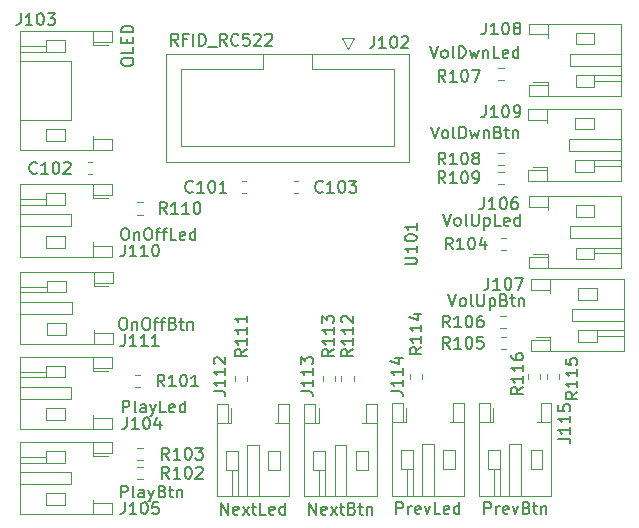
<source format=gbr>
%TF.GenerationSoftware,KiCad,Pcbnew,(5.99.0-12181-g5e8b23af64)*%
%TF.CreationDate,2021-11-12T15:18:20+01:00*%
%TF.ProjectId,phoniebox_shield,70686f6e-6965-4626-9f78-5f736869656c,rev?*%
%TF.SameCoordinates,Original*%
%TF.FileFunction,Legend,Top*%
%TF.FilePolarity,Positive*%
%FSLAX46Y46*%
G04 Gerber Fmt 4.6, Leading zero omitted, Abs format (unit mm)*
G04 Created by KiCad (PCBNEW (5.99.0-12181-g5e8b23af64)) date 2021-11-12 15:18:20*
%MOMM*%
%LPD*%
G01*
G04 APERTURE LIST*
%ADD10C,0.150000*%
%ADD11C,0.120000*%
G04 APERTURE END LIST*
D10*
%TO.C,U101*%
X113852380Y-108514285D02*
X114661904Y-108514285D01*
X114757142Y-108466666D01*
X114804761Y-108419047D01*
X114852380Y-108323809D01*
X114852380Y-108133333D01*
X114804761Y-108038095D01*
X114757142Y-107990476D01*
X114661904Y-107942857D01*
X113852380Y-107942857D01*
X114852380Y-106942857D02*
X114852380Y-107514285D01*
X114852380Y-107228571D02*
X113852380Y-107228571D01*
X113995238Y-107323809D01*
X114090476Y-107419047D01*
X114138095Y-107514285D01*
X113852380Y-106323809D02*
X113852380Y-106228571D01*
X113900000Y-106133333D01*
X113947619Y-106085714D01*
X114042857Y-106038095D01*
X114233333Y-105990476D01*
X114471428Y-105990476D01*
X114661904Y-106038095D01*
X114757142Y-106085714D01*
X114804761Y-106133333D01*
X114852380Y-106228571D01*
X114852380Y-106323809D01*
X114804761Y-106419047D01*
X114757142Y-106466666D01*
X114661904Y-106514285D01*
X114471428Y-106561904D01*
X114233333Y-106561904D01*
X114042857Y-106514285D01*
X113947619Y-106466666D01*
X113900000Y-106419047D01*
X113852380Y-106323809D01*
X114852380Y-105038095D02*
X114852380Y-105609523D01*
X114852380Y-105323809D02*
X113852380Y-105323809D01*
X113995238Y-105419047D01*
X114090476Y-105514285D01*
X114138095Y-105609523D01*
%TO.C,J103*%
X81314285Y-87252380D02*
X81314285Y-87966666D01*
X81266666Y-88109523D01*
X81171428Y-88204761D01*
X81028571Y-88252380D01*
X80933333Y-88252380D01*
X82314285Y-88252380D02*
X81742857Y-88252380D01*
X82028571Y-88252380D02*
X82028571Y-87252380D01*
X81933333Y-87395238D01*
X81838095Y-87490476D01*
X81742857Y-87538095D01*
X82933333Y-87252380D02*
X83028571Y-87252380D01*
X83123809Y-87300000D01*
X83171428Y-87347619D01*
X83219047Y-87442857D01*
X83266666Y-87633333D01*
X83266666Y-87871428D01*
X83219047Y-88061904D01*
X83171428Y-88157142D01*
X83123809Y-88204761D01*
X83028571Y-88252380D01*
X82933333Y-88252380D01*
X82838095Y-88204761D01*
X82790476Y-88157142D01*
X82742857Y-88061904D01*
X82695238Y-87871428D01*
X82695238Y-87633333D01*
X82742857Y-87442857D01*
X82790476Y-87347619D01*
X82838095Y-87300000D01*
X82933333Y-87252380D01*
X83600000Y-87252380D02*
X84219047Y-87252380D01*
X83885714Y-87633333D01*
X84028571Y-87633333D01*
X84123809Y-87680952D01*
X84171428Y-87728571D01*
X84219047Y-87823809D01*
X84219047Y-88061904D01*
X84171428Y-88157142D01*
X84123809Y-88204761D01*
X84028571Y-88252380D01*
X83742857Y-88252380D01*
X83647619Y-88204761D01*
X83600000Y-88157142D01*
X89852380Y-91452380D02*
X89852380Y-91261904D01*
X89900000Y-91166666D01*
X89995238Y-91071428D01*
X90185714Y-91023809D01*
X90519047Y-91023809D01*
X90709523Y-91071428D01*
X90804761Y-91166666D01*
X90852380Y-91261904D01*
X90852380Y-91452380D01*
X90804761Y-91547619D01*
X90709523Y-91642857D01*
X90519047Y-91690476D01*
X90185714Y-91690476D01*
X89995238Y-91642857D01*
X89900000Y-91547619D01*
X89852380Y-91452380D01*
X90852380Y-90119047D02*
X90852380Y-90595238D01*
X89852380Y-90595238D01*
X90328571Y-89785714D02*
X90328571Y-89452380D01*
X90852380Y-89309523D02*
X90852380Y-89785714D01*
X89852380Y-89785714D01*
X89852380Y-89309523D01*
X90852380Y-88880952D02*
X89852380Y-88880952D01*
X89852380Y-88642857D01*
X89900000Y-88500000D01*
X89995238Y-88404761D01*
X90090476Y-88357142D01*
X90280952Y-88309523D01*
X90423809Y-88309523D01*
X90614285Y-88357142D01*
X90709523Y-88404761D01*
X90804761Y-88500000D01*
X90852380Y-88642857D01*
X90852380Y-88880952D01*
%TO.C,J115*%
X126852380Y-123285714D02*
X127566666Y-123285714D01*
X127709523Y-123333333D01*
X127804761Y-123428571D01*
X127852380Y-123571428D01*
X127852380Y-123666666D01*
X127852380Y-122285714D02*
X127852380Y-122857142D01*
X127852380Y-122571428D02*
X126852380Y-122571428D01*
X126995238Y-122666666D01*
X127090476Y-122761904D01*
X127138095Y-122857142D01*
X127852380Y-121333333D02*
X127852380Y-121904761D01*
X127852380Y-121619047D02*
X126852380Y-121619047D01*
X126995238Y-121714285D01*
X127090476Y-121809523D01*
X127138095Y-121904761D01*
X126852380Y-120428571D02*
X126852380Y-120904761D01*
X127328571Y-120952380D01*
X127280952Y-120904761D01*
X127233333Y-120809523D01*
X127233333Y-120571428D01*
X127280952Y-120476190D01*
X127328571Y-120428571D01*
X127423809Y-120380952D01*
X127661904Y-120380952D01*
X127757142Y-120428571D01*
X127804761Y-120476190D01*
X127852380Y-120571428D01*
X127852380Y-120809523D01*
X127804761Y-120904761D01*
X127757142Y-120952380D01*
X120580952Y-129652380D02*
X120580952Y-128652380D01*
X120961904Y-128652380D01*
X121057142Y-128700000D01*
X121104761Y-128747619D01*
X121152380Y-128842857D01*
X121152380Y-128985714D01*
X121104761Y-129080952D01*
X121057142Y-129128571D01*
X120961904Y-129176190D01*
X120580952Y-129176190D01*
X121580952Y-129652380D02*
X121580952Y-128985714D01*
X121580952Y-129176190D02*
X121628571Y-129080952D01*
X121676190Y-129033333D01*
X121771428Y-128985714D01*
X121866666Y-128985714D01*
X122580952Y-129604761D02*
X122485714Y-129652380D01*
X122295238Y-129652380D01*
X122200000Y-129604761D01*
X122152380Y-129509523D01*
X122152380Y-129128571D01*
X122200000Y-129033333D01*
X122295238Y-128985714D01*
X122485714Y-128985714D01*
X122580952Y-129033333D01*
X122628571Y-129128571D01*
X122628571Y-129223809D01*
X122152380Y-129319047D01*
X122961904Y-128985714D02*
X123200000Y-129652380D01*
X123438095Y-128985714D01*
X124152380Y-129128571D02*
X124295238Y-129176190D01*
X124342857Y-129223809D01*
X124390476Y-129319047D01*
X124390476Y-129461904D01*
X124342857Y-129557142D01*
X124295238Y-129604761D01*
X124200000Y-129652380D01*
X123819047Y-129652380D01*
X123819047Y-128652380D01*
X124152380Y-128652380D01*
X124247619Y-128700000D01*
X124295238Y-128747619D01*
X124342857Y-128842857D01*
X124342857Y-128938095D01*
X124295238Y-129033333D01*
X124247619Y-129080952D01*
X124152380Y-129128571D01*
X123819047Y-129128571D01*
X124676190Y-128985714D02*
X125057142Y-128985714D01*
X124819047Y-128652380D02*
X124819047Y-129509523D01*
X124866666Y-129604761D01*
X124961904Y-129652380D01*
X125057142Y-129652380D01*
X125390476Y-128985714D02*
X125390476Y-129652380D01*
X125390476Y-129080952D02*
X125438095Y-129033333D01*
X125533333Y-128985714D01*
X125676190Y-128985714D01*
X125771428Y-129033333D01*
X125819047Y-129128571D01*
X125819047Y-129652380D01*
%TO.C,J114*%
X112652380Y-119285714D02*
X113366666Y-119285714D01*
X113509523Y-119333333D01*
X113604761Y-119428571D01*
X113652380Y-119571428D01*
X113652380Y-119666666D01*
X113652380Y-118285714D02*
X113652380Y-118857142D01*
X113652380Y-118571428D02*
X112652380Y-118571428D01*
X112795238Y-118666666D01*
X112890476Y-118761904D01*
X112938095Y-118857142D01*
X113652380Y-117333333D02*
X113652380Y-117904761D01*
X113652380Y-117619047D02*
X112652380Y-117619047D01*
X112795238Y-117714285D01*
X112890476Y-117809523D01*
X112938095Y-117904761D01*
X112985714Y-116476190D02*
X113652380Y-116476190D01*
X112604761Y-116714285D02*
X113319047Y-116952380D01*
X113319047Y-116333333D01*
X113133333Y-129652380D02*
X113133333Y-128652380D01*
X113514285Y-128652380D01*
X113609523Y-128700000D01*
X113657142Y-128747619D01*
X113704761Y-128842857D01*
X113704761Y-128985714D01*
X113657142Y-129080952D01*
X113609523Y-129128571D01*
X113514285Y-129176190D01*
X113133333Y-129176190D01*
X114133333Y-129652380D02*
X114133333Y-128985714D01*
X114133333Y-129176190D02*
X114180952Y-129080952D01*
X114228571Y-129033333D01*
X114323809Y-128985714D01*
X114419047Y-128985714D01*
X115133333Y-129604761D02*
X115038095Y-129652380D01*
X114847619Y-129652380D01*
X114752380Y-129604761D01*
X114704761Y-129509523D01*
X114704761Y-129128571D01*
X114752380Y-129033333D01*
X114847619Y-128985714D01*
X115038095Y-128985714D01*
X115133333Y-129033333D01*
X115180952Y-129128571D01*
X115180952Y-129223809D01*
X114704761Y-129319047D01*
X115514285Y-128985714D02*
X115752380Y-129652380D01*
X115990476Y-128985714D01*
X116847619Y-129652380D02*
X116371428Y-129652380D01*
X116371428Y-128652380D01*
X117561904Y-129604761D02*
X117466666Y-129652380D01*
X117276190Y-129652380D01*
X117180952Y-129604761D01*
X117133333Y-129509523D01*
X117133333Y-129128571D01*
X117180952Y-129033333D01*
X117276190Y-128985714D01*
X117466666Y-128985714D01*
X117561904Y-129033333D01*
X117609523Y-129128571D01*
X117609523Y-129223809D01*
X117133333Y-129319047D01*
X118466666Y-129652380D02*
X118466666Y-128652380D01*
X118466666Y-129604761D02*
X118371428Y-129652380D01*
X118180952Y-129652380D01*
X118085714Y-129604761D01*
X118038095Y-129557142D01*
X117990476Y-129461904D01*
X117990476Y-129176190D01*
X118038095Y-129080952D01*
X118085714Y-129033333D01*
X118180952Y-128985714D01*
X118371428Y-128985714D01*
X118466666Y-129033333D01*
%TO.C,J113*%
X105052380Y-119285714D02*
X105766666Y-119285714D01*
X105909523Y-119333333D01*
X106004761Y-119428571D01*
X106052380Y-119571428D01*
X106052380Y-119666666D01*
X106052380Y-118285714D02*
X106052380Y-118857142D01*
X106052380Y-118571428D02*
X105052380Y-118571428D01*
X105195238Y-118666666D01*
X105290476Y-118761904D01*
X105338095Y-118857142D01*
X106052380Y-117333333D02*
X106052380Y-117904761D01*
X106052380Y-117619047D02*
X105052380Y-117619047D01*
X105195238Y-117714285D01*
X105290476Y-117809523D01*
X105338095Y-117904761D01*
X105052380Y-117000000D02*
X105052380Y-116380952D01*
X105433333Y-116714285D01*
X105433333Y-116571428D01*
X105480952Y-116476190D01*
X105528571Y-116428571D01*
X105623809Y-116380952D01*
X105861904Y-116380952D01*
X105957142Y-116428571D01*
X106004761Y-116476190D01*
X106052380Y-116571428D01*
X106052380Y-116857142D01*
X106004761Y-116952380D01*
X105957142Y-117000000D01*
X105757142Y-129702380D02*
X105757142Y-128702380D01*
X106328571Y-129702380D01*
X106328571Y-128702380D01*
X107185714Y-129654761D02*
X107090476Y-129702380D01*
X106900000Y-129702380D01*
X106804761Y-129654761D01*
X106757142Y-129559523D01*
X106757142Y-129178571D01*
X106804761Y-129083333D01*
X106900000Y-129035714D01*
X107090476Y-129035714D01*
X107185714Y-129083333D01*
X107233333Y-129178571D01*
X107233333Y-129273809D01*
X106757142Y-129369047D01*
X107566666Y-129702380D02*
X108090476Y-129035714D01*
X107566666Y-129035714D02*
X108090476Y-129702380D01*
X108328571Y-129035714D02*
X108709523Y-129035714D01*
X108471428Y-128702380D02*
X108471428Y-129559523D01*
X108519047Y-129654761D01*
X108614285Y-129702380D01*
X108709523Y-129702380D01*
X109376190Y-129178571D02*
X109519047Y-129226190D01*
X109566666Y-129273809D01*
X109614285Y-129369047D01*
X109614285Y-129511904D01*
X109566666Y-129607142D01*
X109519047Y-129654761D01*
X109423809Y-129702380D01*
X109042857Y-129702380D01*
X109042857Y-128702380D01*
X109376190Y-128702380D01*
X109471428Y-128750000D01*
X109519047Y-128797619D01*
X109566666Y-128892857D01*
X109566666Y-128988095D01*
X109519047Y-129083333D01*
X109471428Y-129130952D01*
X109376190Y-129178571D01*
X109042857Y-129178571D01*
X109900000Y-129035714D02*
X110280952Y-129035714D01*
X110042857Y-128702380D02*
X110042857Y-129559523D01*
X110090476Y-129654761D01*
X110185714Y-129702380D01*
X110280952Y-129702380D01*
X110614285Y-129035714D02*
X110614285Y-129702380D01*
X110614285Y-129130952D02*
X110661904Y-129083333D01*
X110757142Y-129035714D01*
X110899999Y-129035714D01*
X110995238Y-129083333D01*
X111042857Y-129178571D01*
X111042857Y-129702380D01*
%TO.C,J112*%
X97652380Y-119285714D02*
X98366666Y-119285714D01*
X98509523Y-119333333D01*
X98604761Y-119428571D01*
X98652380Y-119571428D01*
X98652380Y-119666666D01*
X98652380Y-118285714D02*
X98652380Y-118857142D01*
X98652380Y-118571428D02*
X97652380Y-118571428D01*
X97795238Y-118666666D01*
X97890476Y-118761904D01*
X97938095Y-118857142D01*
X98652380Y-117333333D02*
X98652380Y-117904761D01*
X98652380Y-117619047D02*
X97652380Y-117619047D01*
X97795238Y-117714285D01*
X97890476Y-117809523D01*
X97938095Y-117904761D01*
X97747619Y-116952380D02*
X97700000Y-116904761D01*
X97652380Y-116809523D01*
X97652380Y-116571428D01*
X97700000Y-116476190D01*
X97747619Y-116428571D01*
X97842857Y-116380952D01*
X97938095Y-116380952D01*
X98080952Y-116428571D01*
X98652380Y-117000000D01*
X98652380Y-116380952D01*
X98309523Y-129702380D02*
X98309523Y-128702380D01*
X98880952Y-129702380D01*
X98880952Y-128702380D01*
X99738095Y-129654761D02*
X99642857Y-129702380D01*
X99452380Y-129702380D01*
X99357142Y-129654761D01*
X99309523Y-129559523D01*
X99309523Y-129178571D01*
X99357142Y-129083333D01*
X99452380Y-129035714D01*
X99642857Y-129035714D01*
X99738095Y-129083333D01*
X99785714Y-129178571D01*
X99785714Y-129273809D01*
X99309523Y-129369047D01*
X100119047Y-129702380D02*
X100642857Y-129035714D01*
X100119047Y-129035714D02*
X100642857Y-129702380D01*
X100880952Y-129035714D02*
X101261904Y-129035714D01*
X101023809Y-128702380D02*
X101023809Y-129559523D01*
X101071428Y-129654761D01*
X101166666Y-129702380D01*
X101261904Y-129702380D01*
X102071428Y-129702380D02*
X101595238Y-129702380D01*
X101595238Y-128702380D01*
X102785714Y-129654761D02*
X102690476Y-129702380D01*
X102500000Y-129702380D01*
X102404761Y-129654761D01*
X102357142Y-129559523D01*
X102357142Y-129178571D01*
X102404761Y-129083333D01*
X102500000Y-129035714D01*
X102690476Y-129035714D01*
X102785714Y-129083333D01*
X102833333Y-129178571D01*
X102833333Y-129273809D01*
X102357142Y-129369047D01*
X103690476Y-129702380D02*
X103690476Y-128702380D01*
X103690476Y-129654761D02*
X103595238Y-129702380D01*
X103404761Y-129702380D01*
X103309523Y-129654761D01*
X103261904Y-129607142D01*
X103214285Y-129511904D01*
X103214285Y-129226190D01*
X103261904Y-129130952D01*
X103309523Y-129083333D01*
X103404761Y-129035714D01*
X103595238Y-129035714D01*
X103690476Y-129083333D01*
%TO.C,J111*%
X90114285Y-114452380D02*
X90114285Y-115166666D01*
X90066666Y-115309523D01*
X89971428Y-115404761D01*
X89828571Y-115452380D01*
X89733333Y-115452380D01*
X91114285Y-115452380D02*
X90542857Y-115452380D01*
X90828571Y-115452380D02*
X90828571Y-114452380D01*
X90733333Y-114595238D01*
X90638095Y-114690476D01*
X90542857Y-114738095D01*
X92066666Y-115452380D02*
X91495238Y-115452380D01*
X91780952Y-115452380D02*
X91780952Y-114452380D01*
X91685714Y-114595238D01*
X91590476Y-114690476D01*
X91495238Y-114738095D01*
X93019047Y-115452380D02*
X92447619Y-115452380D01*
X92733333Y-115452380D02*
X92733333Y-114452380D01*
X92638095Y-114595238D01*
X92542857Y-114690476D01*
X92447619Y-114738095D01*
X89919047Y-113052380D02*
X90109523Y-113052380D01*
X90204761Y-113100000D01*
X90300000Y-113195238D01*
X90347619Y-113385714D01*
X90347619Y-113719047D01*
X90300000Y-113909523D01*
X90204761Y-114004761D01*
X90109523Y-114052380D01*
X89919047Y-114052380D01*
X89823809Y-114004761D01*
X89728571Y-113909523D01*
X89680952Y-113719047D01*
X89680952Y-113385714D01*
X89728571Y-113195238D01*
X89823809Y-113100000D01*
X89919047Y-113052380D01*
X90776190Y-113385714D02*
X90776190Y-114052380D01*
X90776190Y-113480952D02*
X90823809Y-113433333D01*
X90919047Y-113385714D01*
X91061904Y-113385714D01*
X91157142Y-113433333D01*
X91204761Y-113528571D01*
X91204761Y-114052380D01*
X91871428Y-113052380D02*
X92061904Y-113052380D01*
X92157142Y-113100000D01*
X92252380Y-113195238D01*
X92300000Y-113385714D01*
X92300000Y-113719047D01*
X92252380Y-113909523D01*
X92157142Y-114004761D01*
X92061904Y-114052380D01*
X91871428Y-114052380D01*
X91776190Y-114004761D01*
X91680952Y-113909523D01*
X91633333Y-113719047D01*
X91633333Y-113385714D01*
X91680952Y-113195238D01*
X91776190Y-113100000D01*
X91871428Y-113052380D01*
X92585714Y-113385714D02*
X92966666Y-113385714D01*
X92728571Y-114052380D02*
X92728571Y-113195238D01*
X92776190Y-113100000D01*
X92871428Y-113052380D01*
X92966666Y-113052380D01*
X93157142Y-113385714D02*
X93538095Y-113385714D01*
X93300000Y-114052380D02*
X93300000Y-113195238D01*
X93347619Y-113100000D01*
X93442857Y-113052380D01*
X93538095Y-113052380D01*
X94204761Y-113528571D02*
X94347619Y-113576190D01*
X94395238Y-113623809D01*
X94442857Y-113719047D01*
X94442857Y-113861904D01*
X94395238Y-113957142D01*
X94347619Y-114004761D01*
X94252380Y-114052380D01*
X93871428Y-114052380D01*
X93871428Y-113052380D01*
X94204761Y-113052380D01*
X94300000Y-113100000D01*
X94347619Y-113147619D01*
X94395238Y-113242857D01*
X94395238Y-113338095D01*
X94347619Y-113433333D01*
X94300000Y-113480952D01*
X94204761Y-113528571D01*
X93871428Y-113528571D01*
X94728571Y-113385714D02*
X95109523Y-113385714D01*
X94871428Y-113052380D02*
X94871428Y-113909523D01*
X94919047Y-114004761D01*
X95014285Y-114052380D01*
X95109523Y-114052380D01*
X95442857Y-113385714D02*
X95442857Y-114052380D01*
X95442857Y-113480952D02*
X95490476Y-113433333D01*
X95585714Y-113385714D01*
X95728571Y-113385714D01*
X95823809Y-113433333D01*
X95871428Y-113528571D01*
X95871428Y-114052380D01*
%TO.C,J110*%
X90114285Y-106852380D02*
X90114285Y-107566666D01*
X90066666Y-107709523D01*
X89971428Y-107804761D01*
X89828571Y-107852380D01*
X89733333Y-107852380D01*
X91114285Y-107852380D02*
X90542857Y-107852380D01*
X90828571Y-107852380D02*
X90828571Y-106852380D01*
X90733333Y-106995238D01*
X90638095Y-107090476D01*
X90542857Y-107138095D01*
X92066666Y-107852380D02*
X91495238Y-107852380D01*
X91780952Y-107852380D02*
X91780952Y-106852380D01*
X91685714Y-106995238D01*
X91590476Y-107090476D01*
X91495238Y-107138095D01*
X92685714Y-106852380D02*
X92780952Y-106852380D01*
X92876190Y-106900000D01*
X92923809Y-106947619D01*
X92971428Y-107042857D01*
X93019047Y-107233333D01*
X93019047Y-107471428D01*
X92971428Y-107661904D01*
X92923809Y-107757142D01*
X92876190Y-107804761D01*
X92780952Y-107852380D01*
X92685714Y-107852380D01*
X92590476Y-107804761D01*
X92542857Y-107757142D01*
X92495238Y-107661904D01*
X92447619Y-107471428D01*
X92447619Y-107233333D01*
X92495238Y-107042857D01*
X92542857Y-106947619D01*
X92590476Y-106900000D01*
X92685714Y-106852380D01*
X90071428Y-105452380D02*
X90261904Y-105452380D01*
X90357142Y-105500000D01*
X90452380Y-105595238D01*
X90500000Y-105785714D01*
X90500000Y-106119047D01*
X90452380Y-106309523D01*
X90357142Y-106404761D01*
X90261904Y-106452380D01*
X90071428Y-106452380D01*
X89976190Y-106404761D01*
X89880952Y-106309523D01*
X89833333Y-106119047D01*
X89833333Y-105785714D01*
X89880952Y-105595238D01*
X89976190Y-105500000D01*
X90071428Y-105452380D01*
X90928571Y-105785714D02*
X90928571Y-106452380D01*
X90928571Y-105880952D02*
X90976190Y-105833333D01*
X91071428Y-105785714D01*
X91214285Y-105785714D01*
X91309523Y-105833333D01*
X91357142Y-105928571D01*
X91357142Y-106452380D01*
X92023809Y-105452380D02*
X92214285Y-105452380D01*
X92309523Y-105500000D01*
X92404761Y-105595238D01*
X92452380Y-105785714D01*
X92452380Y-106119047D01*
X92404761Y-106309523D01*
X92309523Y-106404761D01*
X92214285Y-106452380D01*
X92023809Y-106452380D01*
X91928571Y-106404761D01*
X91833333Y-106309523D01*
X91785714Y-106119047D01*
X91785714Y-105785714D01*
X91833333Y-105595238D01*
X91928571Y-105500000D01*
X92023809Y-105452380D01*
X92738095Y-105785714D02*
X93119047Y-105785714D01*
X92880952Y-106452380D02*
X92880952Y-105595238D01*
X92928571Y-105500000D01*
X93023809Y-105452380D01*
X93119047Y-105452380D01*
X93309523Y-105785714D02*
X93690476Y-105785714D01*
X93452380Y-106452380D02*
X93452380Y-105595238D01*
X93500000Y-105500000D01*
X93595238Y-105452380D01*
X93690476Y-105452380D01*
X94500000Y-106452380D02*
X94023809Y-106452380D01*
X94023809Y-105452380D01*
X95214285Y-106404761D02*
X95119047Y-106452380D01*
X94928571Y-106452380D01*
X94833333Y-106404761D01*
X94785714Y-106309523D01*
X94785714Y-105928571D01*
X94833333Y-105833333D01*
X94928571Y-105785714D01*
X95119047Y-105785714D01*
X95214285Y-105833333D01*
X95261904Y-105928571D01*
X95261904Y-106023809D01*
X94785714Y-106119047D01*
X96119047Y-106452380D02*
X96119047Y-105452380D01*
X96119047Y-106404761D02*
X96023809Y-106452380D01*
X95833333Y-106452380D01*
X95738095Y-106404761D01*
X95690476Y-106357142D01*
X95642857Y-106261904D01*
X95642857Y-105976190D01*
X95690476Y-105880952D01*
X95738095Y-105833333D01*
X95833333Y-105785714D01*
X96023809Y-105785714D01*
X96119047Y-105833333D01*
%TO.C,J109*%
X120714285Y-95052380D02*
X120714285Y-95766666D01*
X120666666Y-95909523D01*
X120571428Y-96004761D01*
X120428571Y-96052380D01*
X120333333Y-96052380D01*
X121714285Y-96052380D02*
X121142857Y-96052380D01*
X121428571Y-96052380D02*
X121428571Y-95052380D01*
X121333333Y-95195238D01*
X121238095Y-95290476D01*
X121142857Y-95338095D01*
X122333333Y-95052380D02*
X122428571Y-95052380D01*
X122523809Y-95100000D01*
X122571428Y-95147619D01*
X122619047Y-95242857D01*
X122666666Y-95433333D01*
X122666666Y-95671428D01*
X122619047Y-95861904D01*
X122571428Y-95957142D01*
X122523809Y-96004761D01*
X122428571Y-96052380D01*
X122333333Y-96052380D01*
X122238095Y-96004761D01*
X122190476Y-95957142D01*
X122142857Y-95861904D01*
X122095238Y-95671428D01*
X122095238Y-95433333D01*
X122142857Y-95242857D01*
X122190476Y-95147619D01*
X122238095Y-95100000D01*
X122333333Y-95052380D01*
X123142857Y-96052380D02*
X123333333Y-96052380D01*
X123428571Y-96004761D01*
X123476190Y-95957142D01*
X123571428Y-95814285D01*
X123619047Y-95623809D01*
X123619047Y-95242857D01*
X123571428Y-95147619D01*
X123523809Y-95100000D01*
X123428571Y-95052380D01*
X123238095Y-95052380D01*
X123142857Y-95100000D01*
X123095238Y-95147619D01*
X123047619Y-95242857D01*
X123047619Y-95480952D01*
X123095238Y-95576190D01*
X123142857Y-95623809D01*
X123238095Y-95671428D01*
X123428571Y-95671428D01*
X123523809Y-95623809D01*
X123571428Y-95576190D01*
X123619047Y-95480952D01*
X116038095Y-96852380D02*
X116371428Y-97852380D01*
X116704761Y-96852380D01*
X117180952Y-97852380D02*
X117085714Y-97804761D01*
X117038095Y-97757142D01*
X116990476Y-97661904D01*
X116990476Y-97376190D01*
X117038095Y-97280952D01*
X117085714Y-97233333D01*
X117180952Y-97185714D01*
X117323809Y-97185714D01*
X117419047Y-97233333D01*
X117466666Y-97280952D01*
X117514285Y-97376190D01*
X117514285Y-97661904D01*
X117466666Y-97757142D01*
X117419047Y-97804761D01*
X117323809Y-97852380D01*
X117180952Y-97852380D01*
X118085714Y-97852380D02*
X117990476Y-97804761D01*
X117942857Y-97709523D01*
X117942857Y-96852380D01*
X118466666Y-97852380D02*
X118466666Y-96852380D01*
X118704761Y-96852380D01*
X118847619Y-96900000D01*
X118942857Y-96995238D01*
X118990476Y-97090476D01*
X119038095Y-97280952D01*
X119038095Y-97423809D01*
X118990476Y-97614285D01*
X118942857Y-97709523D01*
X118847619Y-97804761D01*
X118704761Y-97852380D01*
X118466666Y-97852380D01*
X119371428Y-97185714D02*
X119561904Y-97852380D01*
X119752380Y-97376190D01*
X119942857Y-97852380D01*
X120133333Y-97185714D01*
X120514285Y-97185714D02*
X120514285Y-97852380D01*
X120514285Y-97280952D02*
X120561904Y-97233333D01*
X120657142Y-97185714D01*
X120800000Y-97185714D01*
X120895238Y-97233333D01*
X120942857Y-97328571D01*
X120942857Y-97852380D01*
X121752380Y-97328571D02*
X121895238Y-97376190D01*
X121942857Y-97423809D01*
X121990476Y-97519047D01*
X121990476Y-97661904D01*
X121942857Y-97757142D01*
X121895238Y-97804761D01*
X121800000Y-97852380D01*
X121419047Y-97852380D01*
X121419047Y-96852380D01*
X121752380Y-96852380D01*
X121847619Y-96900000D01*
X121895238Y-96947619D01*
X121942857Y-97042857D01*
X121942857Y-97138095D01*
X121895238Y-97233333D01*
X121847619Y-97280952D01*
X121752380Y-97328571D01*
X121419047Y-97328571D01*
X122276190Y-97185714D02*
X122657142Y-97185714D01*
X122419047Y-96852380D02*
X122419047Y-97709523D01*
X122466666Y-97804761D01*
X122561904Y-97852380D01*
X122657142Y-97852380D01*
X122990476Y-97185714D02*
X122990476Y-97852380D01*
X122990476Y-97280952D02*
X123038095Y-97233333D01*
X123133333Y-97185714D01*
X123276190Y-97185714D01*
X123371428Y-97233333D01*
X123419047Y-97328571D01*
X123419047Y-97852380D01*
%TO.C,J108*%
X120714285Y-88052380D02*
X120714285Y-88766666D01*
X120666666Y-88909523D01*
X120571428Y-89004761D01*
X120428571Y-89052380D01*
X120333333Y-89052380D01*
X121714285Y-89052380D02*
X121142857Y-89052380D01*
X121428571Y-89052380D02*
X121428571Y-88052380D01*
X121333333Y-88195238D01*
X121238095Y-88290476D01*
X121142857Y-88338095D01*
X122333333Y-88052380D02*
X122428571Y-88052380D01*
X122523809Y-88100000D01*
X122571428Y-88147619D01*
X122619047Y-88242857D01*
X122666666Y-88433333D01*
X122666666Y-88671428D01*
X122619047Y-88861904D01*
X122571428Y-88957142D01*
X122523809Y-89004761D01*
X122428571Y-89052380D01*
X122333333Y-89052380D01*
X122238095Y-89004761D01*
X122190476Y-88957142D01*
X122142857Y-88861904D01*
X122095238Y-88671428D01*
X122095238Y-88433333D01*
X122142857Y-88242857D01*
X122190476Y-88147619D01*
X122238095Y-88100000D01*
X122333333Y-88052380D01*
X123238095Y-88480952D02*
X123142857Y-88433333D01*
X123095238Y-88385714D01*
X123047619Y-88290476D01*
X123047619Y-88242857D01*
X123095238Y-88147619D01*
X123142857Y-88100000D01*
X123238095Y-88052380D01*
X123428571Y-88052380D01*
X123523809Y-88100000D01*
X123571428Y-88147619D01*
X123619047Y-88242857D01*
X123619047Y-88290476D01*
X123571428Y-88385714D01*
X123523809Y-88433333D01*
X123428571Y-88480952D01*
X123238095Y-88480952D01*
X123142857Y-88528571D01*
X123095238Y-88576190D01*
X123047619Y-88671428D01*
X123047619Y-88861904D01*
X123095238Y-88957142D01*
X123142857Y-89004761D01*
X123238095Y-89052380D01*
X123428571Y-89052380D01*
X123523809Y-89004761D01*
X123571428Y-88957142D01*
X123619047Y-88861904D01*
X123619047Y-88671428D01*
X123571428Y-88576190D01*
X123523809Y-88528571D01*
X123428571Y-88480952D01*
X115990476Y-90052380D02*
X116323809Y-91052380D01*
X116657142Y-90052380D01*
X117133333Y-91052380D02*
X117038095Y-91004761D01*
X116990476Y-90957142D01*
X116942857Y-90861904D01*
X116942857Y-90576190D01*
X116990476Y-90480952D01*
X117038095Y-90433333D01*
X117133333Y-90385714D01*
X117276190Y-90385714D01*
X117371428Y-90433333D01*
X117419047Y-90480952D01*
X117466666Y-90576190D01*
X117466666Y-90861904D01*
X117419047Y-90957142D01*
X117371428Y-91004761D01*
X117276190Y-91052380D01*
X117133333Y-91052380D01*
X118038095Y-91052380D02*
X117942857Y-91004761D01*
X117895238Y-90909523D01*
X117895238Y-90052380D01*
X118419047Y-91052380D02*
X118419047Y-90052380D01*
X118657142Y-90052380D01*
X118800000Y-90100000D01*
X118895238Y-90195238D01*
X118942857Y-90290476D01*
X118990476Y-90480952D01*
X118990476Y-90623809D01*
X118942857Y-90814285D01*
X118895238Y-90909523D01*
X118800000Y-91004761D01*
X118657142Y-91052380D01*
X118419047Y-91052380D01*
X119323809Y-90385714D02*
X119514285Y-91052380D01*
X119704761Y-90576190D01*
X119895238Y-91052380D01*
X120085714Y-90385714D01*
X120466666Y-90385714D02*
X120466666Y-91052380D01*
X120466666Y-90480952D02*
X120514285Y-90433333D01*
X120609523Y-90385714D01*
X120752380Y-90385714D01*
X120847619Y-90433333D01*
X120895238Y-90528571D01*
X120895238Y-91052380D01*
X121847619Y-91052380D02*
X121371428Y-91052380D01*
X121371428Y-90052380D01*
X122561904Y-91004761D02*
X122466666Y-91052380D01*
X122276190Y-91052380D01*
X122180952Y-91004761D01*
X122133333Y-90909523D01*
X122133333Y-90528571D01*
X122180952Y-90433333D01*
X122276190Y-90385714D01*
X122466666Y-90385714D01*
X122561904Y-90433333D01*
X122609523Y-90528571D01*
X122609523Y-90623809D01*
X122133333Y-90719047D01*
X123466666Y-91052380D02*
X123466666Y-90052380D01*
X123466666Y-91004761D02*
X123371428Y-91052380D01*
X123180952Y-91052380D01*
X123085714Y-91004761D01*
X123038095Y-90957142D01*
X122990476Y-90861904D01*
X122990476Y-90576190D01*
X123038095Y-90480952D01*
X123085714Y-90433333D01*
X123180952Y-90385714D01*
X123371428Y-90385714D01*
X123466666Y-90433333D01*
%TO.C,J107*%
X120914285Y-109652380D02*
X120914285Y-110366666D01*
X120866666Y-110509523D01*
X120771428Y-110604761D01*
X120628571Y-110652380D01*
X120533333Y-110652380D01*
X121914285Y-110652380D02*
X121342857Y-110652380D01*
X121628571Y-110652380D02*
X121628571Y-109652380D01*
X121533333Y-109795238D01*
X121438095Y-109890476D01*
X121342857Y-109938095D01*
X122533333Y-109652380D02*
X122628571Y-109652380D01*
X122723809Y-109700000D01*
X122771428Y-109747619D01*
X122819047Y-109842857D01*
X122866666Y-110033333D01*
X122866666Y-110271428D01*
X122819047Y-110461904D01*
X122771428Y-110557142D01*
X122723809Y-110604761D01*
X122628571Y-110652380D01*
X122533333Y-110652380D01*
X122438095Y-110604761D01*
X122390476Y-110557142D01*
X122342857Y-110461904D01*
X122295238Y-110271428D01*
X122295238Y-110033333D01*
X122342857Y-109842857D01*
X122390476Y-109747619D01*
X122438095Y-109700000D01*
X122533333Y-109652380D01*
X123200000Y-109652380D02*
X123866666Y-109652380D01*
X123438095Y-110652380D01*
X117538095Y-111052380D02*
X117871428Y-112052380D01*
X118204761Y-111052380D01*
X118680952Y-112052380D02*
X118585714Y-112004761D01*
X118538095Y-111957142D01*
X118490476Y-111861904D01*
X118490476Y-111576190D01*
X118538095Y-111480952D01*
X118585714Y-111433333D01*
X118680952Y-111385714D01*
X118823809Y-111385714D01*
X118919047Y-111433333D01*
X118966666Y-111480952D01*
X119014285Y-111576190D01*
X119014285Y-111861904D01*
X118966666Y-111957142D01*
X118919047Y-112004761D01*
X118823809Y-112052380D01*
X118680952Y-112052380D01*
X119585714Y-112052380D02*
X119490476Y-112004761D01*
X119442857Y-111909523D01*
X119442857Y-111052380D01*
X119966666Y-111052380D02*
X119966666Y-111861904D01*
X120014285Y-111957142D01*
X120061904Y-112004761D01*
X120157142Y-112052380D01*
X120347619Y-112052380D01*
X120442857Y-112004761D01*
X120490476Y-111957142D01*
X120538095Y-111861904D01*
X120538095Y-111052380D01*
X121014285Y-111385714D02*
X121014285Y-112385714D01*
X121014285Y-111433333D02*
X121109523Y-111385714D01*
X121300000Y-111385714D01*
X121395238Y-111433333D01*
X121442857Y-111480952D01*
X121490476Y-111576190D01*
X121490476Y-111861904D01*
X121442857Y-111957142D01*
X121395238Y-112004761D01*
X121300000Y-112052380D01*
X121109523Y-112052380D01*
X121014285Y-112004761D01*
X122252380Y-111528571D02*
X122395238Y-111576190D01*
X122442857Y-111623809D01*
X122490476Y-111719047D01*
X122490476Y-111861904D01*
X122442857Y-111957142D01*
X122395238Y-112004761D01*
X122300000Y-112052380D01*
X121919047Y-112052380D01*
X121919047Y-111052380D01*
X122252380Y-111052380D01*
X122347619Y-111100000D01*
X122395238Y-111147619D01*
X122442857Y-111242857D01*
X122442857Y-111338095D01*
X122395238Y-111433333D01*
X122347619Y-111480952D01*
X122252380Y-111528571D01*
X121919047Y-111528571D01*
X122776190Y-111385714D02*
X123157142Y-111385714D01*
X122919047Y-111052380D02*
X122919047Y-111909523D01*
X122966666Y-112004761D01*
X123061904Y-112052380D01*
X123157142Y-112052380D01*
X123490476Y-111385714D02*
X123490476Y-112052380D01*
X123490476Y-111480952D02*
X123538095Y-111433333D01*
X123633333Y-111385714D01*
X123776190Y-111385714D01*
X123871428Y-111433333D01*
X123919047Y-111528571D01*
X123919047Y-112052380D01*
%TO.C,J106*%
X120514285Y-102852380D02*
X120514285Y-103566666D01*
X120466666Y-103709523D01*
X120371428Y-103804761D01*
X120228571Y-103852380D01*
X120133333Y-103852380D01*
X121514285Y-103852380D02*
X120942857Y-103852380D01*
X121228571Y-103852380D02*
X121228571Y-102852380D01*
X121133333Y-102995238D01*
X121038095Y-103090476D01*
X120942857Y-103138095D01*
X122133333Y-102852380D02*
X122228571Y-102852380D01*
X122323809Y-102900000D01*
X122371428Y-102947619D01*
X122419047Y-103042857D01*
X122466666Y-103233333D01*
X122466666Y-103471428D01*
X122419047Y-103661904D01*
X122371428Y-103757142D01*
X122323809Y-103804761D01*
X122228571Y-103852380D01*
X122133333Y-103852380D01*
X122038095Y-103804761D01*
X121990476Y-103757142D01*
X121942857Y-103661904D01*
X121895238Y-103471428D01*
X121895238Y-103233333D01*
X121942857Y-103042857D01*
X121990476Y-102947619D01*
X122038095Y-102900000D01*
X122133333Y-102852380D01*
X123323809Y-102852380D02*
X123133333Y-102852380D01*
X123038095Y-102900000D01*
X122990476Y-102947619D01*
X122895238Y-103090476D01*
X122847619Y-103280952D01*
X122847619Y-103661904D01*
X122895238Y-103757142D01*
X122942857Y-103804761D01*
X123038095Y-103852380D01*
X123228571Y-103852380D01*
X123323809Y-103804761D01*
X123371428Y-103757142D01*
X123419047Y-103661904D01*
X123419047Y-103423809D01*
X123371428Y-103328571D01*
X123323809Y-103280952D01*
X123228571Y-103233333D01*
X123038095Y-103233333D01*
X122942857Y-103280952D01*
X122895238Y-103328571D01*
X122847619Y-103423809D01*
X117090476Y-104252380D02*
X117423809Y-105252380D01*
X117757142Y-104252380D01*
X118233333Y-105252380D02*
X118138095Y-105204761D01*
X118090476Y-105157142D01*
X118042857Y-105061904D01*
X118042857Y-104776190D01*
X118090476Y-104680952D01*
X118138095Y-104633333D01*
X118233333Y-104585714D01*
X118376190Y-104585714D01*
X118471428Y-104633333D01*
X118519047Y-104680952D01*
X118566666Y-104776190D01*
X118566666Y-105061904D01*
X118519047Y-105157142D01*
X118471428Y-105204761D01*
X118376190Y-105252380D01*
X118233333Y-105252380D01*
X119138095Y-105252380D02*
X119042857Y-105204761D01*
X118995238Y-105109523D01*
X118995238Y-104252380D01*
X119519047Y-104252380D02*
X119519047Y-105061904D01*
X119566666Y-105157142D01*
X119614285Y-105204761D01*
X119709523Y-105252380D01*
X119900000Y-105252380D01*
X119995238Y-105204761D01*
X120042857Y-105157142D01*
X120090476Y-105061904D01*
X120090476Y-104252380D01*
X120566666Y-104585714D02*
X120566666Y-105585714D01*
X120566666Y-104633333D02*
X120661904Y-104585714D01*
X120852380Y-104585714D01*
X120947619Y-104633333D01*
X120995238Y-104680952D01*
X121042857Y-104776190D01*
X121042857Y-105061904D01*
X120995238Y-105157142D01*
X120947619Y-105204761D01*
X120852380Y-105252380D01*
X120661904Y-105252380D01*
X120566666Y-105204761D01*
X121947619Y-105252380D02*
X121471428Y-105252380D01*
X121471428Y-104252380D01*
X122661904Y-105204761D02*
X122566666Y-105252380D01*
X122376190Y-105252380D01*
X122280952Y-105204761D01*
X122233333Y-105109523D01*
X122233333Y-104728571D01*
X122280952Y-104633333D01*
X122376190Y-104585714D01*
X122566666Y-104585714D01*
X122661904Y-104633333D01*
X122709523Y-104728571D01*
X122709523Y-104823809D01*
X122233333Y-104919047D01*
X123566666Y-105252380D02*
X123566666Y-104252380D01*
X123566666Y-105204761D02*
X123471428Y-105252380D01*
X123280952Y-105252380D01*
X123185714Y-105204761D01*
X123138095Y-105157142D01*
X123090476Y-105061904D01*
X123090476Y-104776190D01*
X123138095Y-104680952D01*
X123185714Y-104633333D01*
X123280952Y-104585714D01*
X123471428Y-104585714D01*
X123566666Y-104633333D01*
%TO.C,J105*%
X90114285Y-128652380D02*
X90114285Y-129366666D01*
X90066666Y-129509523D01*
X89971428Y-129604761D01*
X89828571Y-129652380D01*
X89733333Y-129652380D01*
X91114285Y-129652380D02*
X90542857Y-129652380D01*
X90828571Y-129652380D02*
X90828571Y-128652380D01*
X90733333Y-128795238D01*
X90638095Y-128890476D01*
X90542857Y-128938095D01*
X91733333Y-128652380D02*
X91828571Y-128652380D01*
X91923809Y-128700000D01*
X91971428Y-128747619D01*
X92019047Y-128842857D01*
X92066666Y-129033333D01*
X92066666Y-129271428D01*
X92019047Y-129461904D01*
X91971428Y-129557142D01*
X91923809Y-129604761D01*
X91828571Y-129652380D01*
X91733333Y-129652380D01*
X91638095Y-129604761D01*
X91590476Y-129557142D01*
X91542857Y-129461904D01*
X91495238Y-129271428D01*
X91495238Y-129033333D01*
X91542857Y-128842857D01*
X91590476Y-128747619D01*
X91638095Y-128700000D01*
X91733333Y-128652380D01*
X92971428Y-128652380D02*
X92495238Y-128652380D01*
X92447619Y-129128571D01*
X92495238Y-129080952D01*
X92590476Y-129033333D01*
X92828571Y-129033333D01*
X92923809Y-129080952D01*
X92971428Y-129128571D01*
X93019047Y-129223809D01*
X93019047Y-129461904D01*
X92971428Y-129557142D01*
X92923809Y-129604761D01*
X92828571Y-129652380D01*
X92590476Y-129652380D01*
X92495238Y-129604761D01*
X92447619Y-129557142D01*
X89804761Y-128252380D02*
X89804761Y-127252380D01*
X90185714Y-127252380D01*
X90280952Y-127300000D01*
X90328571Y-127347619D01*
X90376190Y-127442857D01*
X90376190Y-127585714D01*
X90328571Y-127680952D01*
X90280952Y-127728571D01*
X90185714Y-127776190D01*
X89804761Y-127776190D01*
X90947619Y-128252380D02*
X90852380Y-128204761D01*
X90804761Y-128109523D01*
X90804761Y-127252380D01*
X91757142Y-128252380D02*
X91757142Y-127728571D01*
X91709523Y-127633333D01*
X91614285Y-127585714D01*
X91423809Y-127585714D01*
X91328571Y-127633333D01*
X91757142Y-128204761D02*
X91661904Y-128252380D01*
X91423809Y-128252380D01*
X91328571Y-128204761D01*
X91280952Y-128109523D01*
X91280952Y-128014285D01*
X91328571Y-127919047D01*
X91423809Y-127871428D01*
X91661904Y-127871428D01*
X91757142Y-127823809D01*
X92138095Y-127585714D02*
X92376190Y-128252380D01*
X92614285Y-127585714D02*
X92376190Y-128252380D01*
X92280952Y-128490476D01*
X92233333Y-128538095D01*
X92138095Y-128585714D01*
X93328571Y-127728571D02*
X93471428Y-127776190D01*
X93519047Y-127823809D01*
X93566666Y-127919047D01*
X93566666Y-128061904D01*
X93519047Y-128157142D01*
X93471428Y-128204761D01*
X93376190Y-128252380D01*
X92995238Y-128252380D01*
X92995238Y-127252380D01*
X93328571Y-127252380D01*
X93423809Y-127300000D01*
X93471428Y-127347619D01*
X93519047Y-127442857D01*
X93519047Y-127538095D01*
X93471428Y-127633333D01*
X93423809Y-127680952D01*
X93328571Y-127728571D01*
X92995238Y-127728571D01*
X93852380Y-127585714D02*
X94233333Y-127585714D01*
X93995238Y-127252380D02*
X93995238Y-128109523D01*
X94042857Y-128204761D01*
X94138095Y-128252380D01*
X94233333Y-128252380D01*
X94566666Y-127585714D02*
X94566666Y-128252380D01*
X94566666Y-127680952D02*
X94614285Y-127633333D01*
X94709523Y-127585714D01*
X94852380Y-127585714D01*
X94947619Y-127633333D01*
X94995238Y-127728571D01*
X94995238Y-128252380D01*
%TO.C,J104*%
X90314285Y-121452380D02*
X90314285Y-122166666D01*
X90266666Y-122309523D01*
X90171428Y-122404761D01*
X90028571Y-122452380D01*
X89933333Y-122452380D01*
X91314285Y-122452380D02*
X90742857Y-122452380D01*
X91028571Y-122452380D02*
X91028571Y-121452380D01*
X90933333Y-121595238D01*
X90838095Y-121690476D01*
X90742857Y-121738095D01*
X91933333Y-121452380D02*
X92028571Y-121452380D01*
X92123809Y-121500000D01*
X92171428Y-121547619D01*
X92219047Y-121642857D01*
X92266666Y-121833333D01*
X92266666Y-122071428D01*
X92219047Y-122261904D01*
X92171428Y-122357142D01*
X92123809Y-122404761D01*
X92028571Y-122452380D01*
X91933333Y-122452380D01*
X91838095Y-122404761D01*
X91790476Y-122357142D01*
X91742857Y-122261904D01*
X91695238Y-122071428D01*
X91695238Y-121833333D01*
X91742857Y-121642857D01*
X91790476Y-121547619D01*
X91838095Y-121500000D01*
X91933333Y-121452380D01*
X93123809Y-121785714D02*
X93123809Y-122452380D01*
X92885714Y-121404761D02*
X92647619Y-122119047D01*
X93266666Y-122119047D01*
X89957142Y-121052380D02*
X89957142Y-120052380D01*
X90338095Y-120052380D01*
X90433333Y-120100000D01*
X90480952Y-120147619D01*
X90528571Y-120242857D01*
X90528571Y-120385714D01*
X90480952Y-120480952D01*
X90433333Y-120528571D01*
X90338095Y-120576190D01*
X89957142Y-120576190D01*
X91100000Y-121052380D02*
X91004761Y-121004761D01*
X90957142Y-120909523D01*
X90957142Y-120052380D01*
X91909523Y-121052380D02*
X91909523Y-120528571D01*
X91861904Y-120433333D01*
X91766666Y-120385714D01*
X91576190Y-120385714D01*
X91480952Y-120433333D01*
X91909523Y-121004761D02*
X91814285Y-121052380D01*
X91576190Y-121052380D01*
X91480952Y-121004761D01*
X91433333Y-120909523D01*
X91433333Y-120814285D01*
X91480952Y-120719047D01*
X91576190Y-120671428D01*
X91814285Y-120671428D01*
X91909523Y-120623809D01*
X92290476Y-120385714D02*
X92528571Y-121052380D01*
X92766666Y-120385714D02*
X92528571Y-121052380D01*
X92433333Y-121290476D01*
X92385714Y-121338095D01*
X92290476Y-121385714D01*
X93623809Y-121052380D02*
X93147619Y-121052380D01*
X93147619Y-120052380D01*
X94338095Y-121004761D02*
X94242857Y-121052380D01*
X94052380Y-121052380D01*
X93957142Y-121004761D01*
X93909523Y-120909523D01*
X93909523Y-120528571D01*
X93957142Y-120433333D01*
X94052380Y-120385714D01*
X94242857Y-120385714D01*
X94338095Y-120433333D01*
X94385714Y-120528571D01*
X94385714Y-120623809D01*
X93909523Y-120719047D01*
X95242857Y-121052380D02*
X95242857Y-120052380D01*
X95242857Y-121004761D02*
X95147619Y-121052380D01*
X94957142Y-121052380D01*
X94861904Y-121004761D01*
X94814285Y-120957142D01*
X94766666Y-120861904D01*
X94766666Y-120576190D01*
X94814285Y-120480952D01*
X94861904Y-120433333D01*
X94957142Y-120385714D01*
X95147619Y-120385714D01*
X95242857Y-120433333D01*
%TO.C,J102*%
X111234285Y-89204880D02*
X111234285Y-89919166D01*
X111186666Y-90062023D01*
X111091428Y-90157261D01*
X110948571Y-90204880D01*
X110853333Y-90204880D01*
X112234285Y-90204880D02*
X111662857Y-90204880D01*
X111948571Y-90204880D02*
X111948571Y-89204880D01*
X111853333Y-89347738D01*
X111758095Y-89442976D01*
X111662857Y-89490595D01*
X112853333Y-89204880D02*
X112948571Y-89204880D01*
X113043809Y-89252500D01*
X113091428Y-89300119D01*
X113139047Y-89395357D01*
X113186666Y-89585833D01*
X113186666Y-89823928D01*
X113139047Y-90014404D01*
X113091428Y-90109642D01*
X113043809Y-90157261D01*
X112948571Y-90204880D01*
X112853333Y-90204880D01*
X112758095Y-90157261D01*
X112710476Y-90109642D01*
X112662857Y-90014404D01*
X112615238Y-89823928D01*
X112615238Y-89585833D01*
X112662857Y-89395357D01*
X112710476Y-89300119D01*
X112758095Y-89252500D01*
X112853333Y-89204880D01*
X113567619Y-89300119D02*
X113615238Y-89252500D01*
X113710476Y-89204880D01*
X113948571Y-89204880D01*
X114043809Y-89252500D01*
X114091428Y-89300119D01*
X114139047Y-89395357D01*
X114139047Y-89490595D01*
X114091428Y-89633452D01*
X113520000Y-90204880D01*
X114139047Y-90204880D01*
X94653333Y-90004880D02*
X94320000Y-89528690D01*
X94081904Y-90004880D02*
X94081904Y-89004880D01*
X94462857Y-89004880D01*
X94558095Y-89052500D01*
X94605714Y-89100119D01*
X94653333Y-89195357D01*
X94653333Y-89338214D01*
X94605714Y-89433452D01*
X94558095Y-89481071D01*
X94462857Y-89528690D01*
X94081904Y-89528690D01*
X95415238Y-89481071D02*
X95081904Y-89481071D01*
X95081904Y-90004880D02*
X95081904Y-89004880D01*
X95558095Y-89004880D01*
X95939047Y-90004880D02*
X95939047Y-89004880D01*
X96415238Y-90004880D02*
X96415238Y-89004880D01*
X96653333Y-89004880D01*
X96796190Y-89052500D01*
X96891428Y-89147738D01*
X96939047Y-89242976D01*
X96986666Y-89433452D01*
X96986666Y-89576309D01*
X96939047Y-89766785D01*
X96891428Y-89862023D01*
X96796190Y-89957261D01*
X96653333Y-90004880D01*
X96415238Y-90004880D01*
X97177142Y-90100119D02*
X97939047Y-90100119D01*
X98748571Y-90004880D02*
X98415238Y-89528690D01*
X98177142Y-90004880D02*
X98177142Y-89004880D01*
X98558095Y-89004880D01*
X98653333Y-89052500D01*
X98700952Y-89100119D01*
X98748571Y-89195357D01*
X98748571Y-89338214D01*
X98700952Y-89433452D01*
X98653333Y-89481071D01*
X98558095Y-89528690D01*
X98177142Y-89528690D01*
X99748571Y-89909642D02*
X99700952Y-89957261D01*
X99558095Y-90004880D01*
X99462857Y-90004880D01*
X99320000Y-89957261D01*
X99224761Y-89862023D01*
X99177142Y-89766785D01*
X99129523Y-89576309D01*
X99129523Y-89433452D01*
X99177142Y-89242976D01*
X99224761Y-89147738D01*
X99320000Y-89052500D01*
X99462857Y-89004880D01*
X99558095Y-89004880D01*
X99700952Y-89052500D01*
X99748571Y-89100119D01*
X100653333Y-89004880D02*
X100177142Y-89004880D01*
X100129523Y-89481071D01*
X100177142Y-89433452D01*
X100272380Y-89385833D01*
X100510476Y-89385833D01*
X100605714Y-89433452D01*
X100653333Y-89481071D01*
X100700952Y-89576309D01*
X100700952Y-89814404D01*
X100653333Y-89909642D01*
X100605714Y-89957261D01*
X100510476Y-90004880D01*
X100272380Y-90004880D01*
X100177142Y-89957261D01*
X100129523Y-89909642D01*
X101081904Y-89100119D02*
X101129523Y-89052500D01*
X101224761Y-89004880D01*
X101462857Y-89004880D01*
X101558095Y-89052500D01*
X101605714Y-89100119D01*
X101653333Y-89195357D01*
X101653333Y-89290595D01*
X101605714Y-89433452D01*
X101034285Y-90004880D01*
X101653333Y-90004880D01*
X102034285Y-89100119D02*
X102081904Y-89052500D01*
X102177142Y-89004880D01*
X102415238Y-89004880D01*
X102510476Y-89052500D01*
X102558095Y-89100119D01*
X102605714Y-89195357D01*
X102605714Y-89290595D01*
X102558095Y-89433452D01*
X101986666Y-90004880D01*
X102605714Y-90004880D01*
%TO.C,R116*%
X123852380Y-118919047D02*
X123376190Y-119252380D01*
X123852380Y-119490476D02*
X122852380Y-119490476D01*
X122852380Y-119109523D01*
X122900000Y-119014285D01*
X122947619Y-118966666D01*
X123042857Y-118919047D01*
X123185714Y-118919047D01*
X123280952Y-118966666D01*
X123328571Y-119014285D01*
X123376190Y-119109523D01*
X123376190Y-119490476D01*
X123852380Y-117966666D02*
X123852380Y-118538095D01*
X123852380Y-118252380D02*
X122852380Y-118252380D01*
X122995238Y-118347619D01*
X123090476Y-118442857D01*
X123138095Y-118538095D01*
X123852380Y-117014285D02*
X123852380Y-117585714D01*
X123852380Y-117300000D02*
X122852380Y-117300000D01*
X122995238Y-117395238D01*
X123090476Y-117490476D01*
X123138095Y-117585714D01*
X122852380Y-116157142D02*
X122852380Y-116347619D01*
X122900000Y-116442857D01*
X122947619Y-116490476D01*
X123090476Y-116585714D01*
X123280952Y-116633333D01*
X123661904Y-116633333D01*
X123757142Y-116585714D01*
X123804761Y-116538095D01*
X123852380Y-116442857D01*
X123852380Y-116252380D01*
X123804761Y-116157142D01*
X123757142Y-116109523D01*
X123661904Y-116061904D01*
X123423809Y-116061904D01*
X123328571Y-116109523D01*
X123280952Y-116157142D01*
X123233333Y-116252380D01*
X123233333Y-116442857D01*
X123280952Y-116538095D01*
X123328571Y-116585714D01*
X123423809Y-116633333D01*
%TO.C,R115*%
X128452380Y-119319047D02*
X127976190Y-119652380D01*
X128452380Y-119890476D02*
X127452380Y-119890476D01*
X127452380Y-119509523D01*
X127500000Y-119414285D01*
X127547619Y-119366666D01*
X127642857Y-119319047D01*
X127785714Y-119319047D01*
X127880952Y-119366666D01*
X127928571Y-119414285D01*
X127976190Y-119509523D01*
X127976190Y-119890476D01*
X128452380Y-118366666D02*
X128452380Y-118938095D01*
X128452380Y-118652380D02*
X127452380Y-118652380D01*
X127595238Y-118747619D01*
X127690476Y-118842857D01*
X127738095Y-118938095D01*
X128452380Y-117414285D02*
X128452380Y-117985714D01*
X128452380Y-117700000D02*
X127452380Y-117700000D01*
X127595238Y-117795238D01*
X127690476Y-117890476D01*
X127738095Y-117985714D01*
X127452380Y-116509523D02*
X127452380Y-116985714D01*
X127928571Y-117033333D01*
X127880952Y-116985714D01*
X127833333Y-116890476D01*
X127833333Y-116652380D01*
X127880952Y-116557142D01*
X127928571Y-116509523D01*
X128023809Y-116461904D01*
X128261904Y-116461904D01*
X128357142Y-116509523D01*
X128404761Y-116557142D01*
X128452380Y-116652380D01*
X128452380Y-116890476D01*
X128404761Y-116985714D01*
X128357142Y-117033333D01*
%TO.C,R114*%
X115252380Y-115519047D02*
X114776190Y-115852380D01*
X115252380Y-116090476D02*
X114252380Y-116090476D01*
X114252380Y-115709523D01*
X114300000Y-115614285D01*
X114347619Y-115566666D01*
X114442857Y-115519047D01*
X114585714Y-115519047D01*
X114680952Y-115566666D01*
X114728571Y-115614285D01*
X114776190Y-115709523D01*
X114776190Y-116090476D01*
X115252380Y-114566666D02*
X115252380Y-115138095D01*
X115252380Y-114852380D02*
X114252380Y-114852380D01*
X114395238Y-114947619D01*
X114490476Y-115042857D01*
X114538095Y-115138095D01*
X115252380Y-113614285D02*
X115252380Y-114185714D01*
X115252380Y-113900000D02*
X114252380Y-113900000D01*
X114395238Y-113995238D01*
X114490476Y-114090476D01*
X114538095Y-114185714D01*
X114585714Y-112757142D02*
X115252380Y-112757142D01*
X114204761Y-112995238D02*
X114919047Y-113233333D01*
X114919047Y-112614285D01*
%TO.C,R113*%
X107852380Y-115719047D02*
X107376190Y-116052380D01*
X107852380Y-116290476D02*
X106852380Y-116290476D01*
X106852380Y-115909523D01*
X106900000Y-115814285D01*
X106947619Y-115766666D01*
X107042857Y-115719047D01*
X107185714Y-115719047D01*
X107280952Y-115766666D01*
X107328571Y-115814285D01*
X107376190Y-115909523D01*
X107376190Y-116290476D01*
X107852380Y-114766666D02*
X107852380Y-115338095D01*
X107852380Y-115052380D02*
X106852380Y-115052380D01*
X106995238Y-115147619D01*
X107090476Y-115242857D01*
X107138095Y-115338095D01*
X107852380Y-113814285D02*
X107852380Y-114385714D01*
X107852380Y-114100000D02*
X106852380Y-114100000D01*
X106995238Y-114195238D01*
X107090476Y-114290476D01*
X107138095Y-114385714D01*
X106852380Y-113480952D02*
X106852380Y-112861904D01*
X107233333Y-113195238D01*
X107233333Y-113052380D01*
X107280952Y-112957142D01*
X107328571Y-112909523D01*
X107423809Y-112861904D01*
X107661904Y-112861904D01*
X107757142Y-112909523D01*
X107804761Y-112957142D01*
X107852380Y-113052380D01*
X107852380Y-113338095D01*
X107804761Y-113433333D01*
X107757142Y-113480952D01*
%TO.C,R112*%
X109452380Y-115719047D02*
X108976190Y-116052380D01*
X109452380Y-116290476D02*
X108452380Y-116290476D01*
X108452380Y-115909523D01*
X108500000Y-115814285D01*
X108547619Y-115766666D01*
X108642857Y-115719047D01*
X108785714Y-115719047D01*
X108880952Y-115766666D01*
X108928571Y-115814285D01*
X108976190Y-115909523D01*
X108976190Y-116290476D01*
X109452380Y-114766666D02*
X109452380Y-115338095D01*
X109452380Y-115052380D02*
X108452380Y-115052380D01*
X108595238Y-115147619D01*
X108690476Y-115242857D01*
X108738095Y-115338095D01*
X109452380Y-113814285D02*
X109452380Y-114385714D01*
X109452380Y-114100000D02*
X108452380Y-114100000D01*
X108595238Y-114195238D01*
X108690476Y-114290476D01*
X108738095Y-114385714D01*
X108547619Y-113433333D02*
X108500000Y-113385714D01*
X108452380Y-113290476D01*
X108452380Y-113052380D01*
X108500000Y-112957142D01*
X108547619Y-112909523D01*
X108642857Y-112861904D01*
X108738095Y-112861904D01*
X108880952Y-112909523D01*
X109452380Y-113480952D01*
X109452380Y-112861904D01*
%TO.C,R111*%
X100452380Y-115719047D02*
X99976190Y-116052380D01*
X100452380Y-116290476D02*
X99452380Y-116290476D01*
X99452380Y-115909523D01*
X99500000Y-115814285D01*
X99547619Y-115766666D01*
X99642857Y-115719047D01*
X99785714Y-115719047D01*
X99880952Y-115766666D01*
X99928571Y-115814285D01*
X99976190Y-115909523D01*
X99976190Y-116290476D01*
X100452380Y-114766666D02*
X100452380Y-115338095D01*
X100452380Y-115052380D02*
X99452380Y-115052380D01*
X99595238Y-115147619D01*
X99690476Y-115242857D01*
X99738095Y-115338095D01*
X100452380Y-113814285D02*
X100452380Y-114385714D01*
X100452380Y-114100000D02*
X99452380Y-114100000D01*
X99595238Y-114195238D01*
X99690476Y-114290476D01*
X99738095Y-114385714D01*
X100452380Y-112861904D02*
X100452380Y-113433333D01*
X100452380Y-113147619D02*
X99452380Y-113147619D01*
X99595238Y-113242857D01*
X99690476Y-113338095D01*
X99738095Y-113433333D01*
%TO.C,R110*%
X93680952Y-104252380D02*
X93347619Y-103776190D01*
X93109523Y-104252380D02*
X93109523Y-103252380D01*
X93490476Y-103252380D01*
X93585714Y-103300000D01*
X93633333Y-103347619D01*
X93680952Y-103442857D01*
X93680952Y-103585714D01*
X93633333Y-103680952D01*
X93585714Y-103728571D01*
X93490476Y-103776190D01*
X93109523Y-103776190D01*
X94633333Y-104252380D02*
X94061904Y-104252380D01*
X94347619Y-104252380D02*
X94347619Y-103252380D01*
X94252380Y-103395238D01*
X94157142Y-103490476D01*
X94061904Y-103538095D01*
X95585714Y-104252380D02*
X95014285Y-104252380D01*
X95300000Y-104252380D02*
X95300000Y-103252380D01*
X95204761Y-103395238D01*
X95109523Y-103490476D01*
X95014285Y-103538095D01*
X96204761Y-103252380D02*
X96300000Y-103252380D01*
X96395238Y-103300000D01*
X96442857Y-103347619D01*
X96490476Y-103442857D01*
X96538095Y-103633333D01*
X96538095Y-103871428D01*
X96490476Y-104061904D01*
X96442857Y-104157142D01*
X96395238Y-104204761D01*
X96300000Y-104252380D01*
X96204761Y-104252380D01*
X96109523Y-104204761D01*
X96061904Y-104157142D01*
X96014285Y-104061904D01*
X95966666Y-103871428D01*
X95966666Y-103633333D01*
X96014285Y-103442857D01*
X96061904Y-103347619D01*
X96109523Y-103300000D01*
X96204761Y-103252380D01*
%TO.C,R109*%
X117280952Y-101652380D02*
X116947619Y-101176190D01*
X116709523Y-101652380D02*
X116709523Y-100652380D01*
X117090476Y-100652380D01*
X117185714Y-100700000D01*
X117233333Y-100747619D01*
X117280952Y-100842857D01*
X117280952Y-100985714D01*
X117233333Y-101080952D01*
X117185714Y-101128571D01*
X117090476Y-101176190D01*
X116709523Y-101176190D01*
X118233333Y-101652380D02*
X117661904Y-101652380D01*
X117947619Y-101652380D02*
X117947619Y-100652380D01*
X117852380Y-100795238D01*
X117757142Y-100890476D01*
X117661904Y-100938095D01*
X118852380Y-100652380D02*
X118947619Y-100652380D01*
X119042857Y-100700000D01*
X119090476Y-100747619D01*
X119138095Y-100842857D01*
X119185714Y-101033333D01*
X119185714Y-101271428D01*
X119138095Y-101461904D01*
X119090476Y-101557142D01*
X119042857Y-101604761D01*
X118947619Y-101652380D01*
X118852380Y-101652380D01*
X118757142Y-101604761D01*
X118709523Y-101557142D01*
X118661904Y-101461904D01*
X118614285Y-101271428D01*
X118614285Y-101033333D01*
X118661904Y-100842857D01*
X118709523Y-100747619D01*
X118757142Y-100700000D01*
X118852380Y-100652380D01*
X119661904Y-101652380D02*
X119852380Y-101652380D01*
X119947619Y-101604761D01*
X119995238Y-101557142D01*
X120090476Y-101414285D01*
X120138095Y-101223809D01*
X120138095Y-100842857D01*
X120090476Y-100747619D01*
X120042857Y-100700000D01*
X119947619Y-100652380D01*
X119757142Y-100652380D01*
X119661904Y-100700000D01*
X119614285Y-100747619D01*
X119566666Y-100842857D01*
X119566666Y-101080952D01*
X119614285Y-101176190D01*
X119661904Y-101223809D01*
X119757142Y-101271428D01*
X119947619Y-101271428D01*
X120042857Y-101223809D01*
X120090476Y-101176190D01*
X120138095Y-101080952D01*
%TO.C,R108*%
X117280952Y-100052380D02*
X116947619Y-99576190D01*
X116709523Y-100052380D02*
X116709523Y-99052380D01*
X117090476Y-99052380D01*
X117185714Y-99100000D01*
X117233333Y-99147619D01*
X117280952Y-99242857D01*
X117280952Y-99385714D01*
X117233333Y-99480952D01*
X117185714Y-99528571D01*
X117090476Y-99576190D01*
X116709523Y-99576190D01*
X118233333Y-100052380D02*
X117661904Y-100052380D01*
X117947619Y-100052380D02*
X117947619Y-99052380D01*
X117852380Y-99195238D01*
X117757142Y-99290476D01*
X117661904Y-99338095D01*
X118852380Y-99052380D02*
X118947619Y-99052380D01*
X119042857Y-99100000D01*
X119090476Y-99147619D01*
X119138095Y-99242857D01*
X119185714Y-99433333D01*
X119185714Y-99671428D01*
X119138095Y-99861904D01*
X119090476Y-99957142D01*
X119042857Y-100004761D01*
X118947619Y-100052380D01*
X118852380Y-100052380D01*
X118757142Y-100004761D01*
X118709523Y-99957142D01*
X118661904Y-99861904D01*
X118614285Y-99671428D01*
X118614285Y-99433333D01*
X118661904Y-99242857D01*
X118709523Y-99147619D01*
X118757142Y-99100000D01*
X118852380Y-99052380D01*
X119757142Y-99480952D02*
X119661904Y-99433333D01*
X119614285Y-99385714D01*
X119566666Y-99290476D01*
X119566666Y-99242857D01*
X119614285Y-99147619D01*
X119661904Y-99100000D01*
X119757142Y-99052380D01*
X119947619Y-99052380D01*
X120042857Y-99100000D01*
X120090476Y-99147619D01*
X120138095Y-99242857D01*
X120138095Y-99290476D01*
X120090476Y-99385714D01*
X120042857Y-99433333D01*
X119947619Y-99480952D01*
X119757142Y-99480952D01*
X119661904Y-99528571D01*
X119614285Y-99576190D01*
X119566666Y-99671428D01*
X119566666Y-99861904D01*
X119614285Y-99957142D01*
X119661904Y-100004761D01*
X119757142Y-100052380D01*
X119947619Y-100052380D01*
X120042857Y-100004761D01*
X120090476Y-99957142D01*
X120138095Y-99861904D01*
X120138095Y-99671428D01*
X120090476Y-99576190D01*
X120042857Y-99528571D01*
X119947619Y-99480952D01*
%TO.C,R107*%
X117280952Y-93052380D02*
X116947619Y-92576190D01*
X116709523Y-93052380D02*
X116709523Y-92052380D01*
X117090476Y-92052380D01*
X117185714Y-92100000D01*
X117233333Y-92147619D01*
X117280952Y-92242857D01*
X117280952Y-92385714D01*
X117233333Y-92480952D01*
X117185714Y-92528571D01*
X117090476Y-92576190D01*
X116709523Y-92576190D01*
X118233333Y-93052380D02*
X117661904Y-93052380D01*
X117947619Y-93052380D02*
X117947619Y-92052380D01*
X117852380Y-92195238D01*
X117757142Y-92290476D01*
X117661904Y-92338095D01*
X118852380Y-92052380D02*
X118947619Y-92052380D01*
X119042857Y-92100000D01*
X119090476Y-92147619D01*
X119138095Y-92242857D01*
X119185714Y-92433333D01*
X119185714Y-92671428D01*
X119138095Y-92861904D01*
X119090476Y-92957142D01*
X119042857Y-93004761D01*
X118947619Y-93052380D01*
X118852380Y-93052380D01*
X118757142Y-93004761D01*
X118709523Y-92957142D01*
X118661904Y-92861904D01*
X118614285Y-92671428D01*
X118614285Y-92433333D01*
X118661904Y-92242857D01*
X118709523Y-92147619D01*
X118757142Y-92100000D01*
X118852380Y-92052380D01*
X119519047Y-92052380D02*
X120185714Y-92052380D01*
X119757142Y-93052380D01*
%TO.C,R106*%
X117655952Y-113852380D02*
X117322619Y-113376190D01*
X117084523Y-113852380D02*
X117084523Y-112852380D01*
X117465476Y-112852380D01*
X117560714Y-112900000D01*
X117608333Y-112947619D01*
X117655952Y-113042857D01*
X117655952Y-113185714D01*
X117608333Y-113280952D01*
X117560714Y-113328571D01*
X117465476Y-113376190D01*
X117084523Y-113376190D01*
X118608333Y-113852380D02*
X118036904Y-113852380D01*
X118322619Y-113852380D02*
X118322619Y-112852380D01*
X118227380Y-112995238D01*
X118132142Y-113090476D01*
X118036904Y-113138095D01*
X119227380Y-112852380D02*
X119322619Y-112852380D01*
X119417857Y-112900000D01*
X119465476Y-112947619D01*
X119513095Y-113042857D01*
X119560714Y-113233333D01*
X119560714Y-113471428D01*
X119513095Y-113661904D01*
X119465476Y-113757142D01*
X119417857Y-113804761D01*
X119322619Y-113852380D01*
X119227380Y-113852380D01*
X119132142Y-113804761D01*
X119084523Y-113757142D01*
X119036904Y-113661904D01*
X118989285Y-113471428D01*
X118989285Y-113233333D01*
X119036904Y-113042857D01*
X119084523Y-112947619D01*
X119132142Y-112900000D01*
X119227380Y-112852380D01*
X120417857Y-112852380D02*
X120227380Y-112852380D01*
X120132142Y-112900000D01*
X120084523Y-112947619D01*
X119989285Y-113090476D01*
X119941666Y-113280952D01*
X119941666Y-113661904D01*
X119989285Y-113757142D01*
X120036904Y-113804761D01*
X120132142Y-113852380D01*
X120322619Y-113852380D01*
X120417857Y-113804761D01*
X120465476Y-113757142D01*
X120513095Y-113661904D01*
X120513095Y-113423809D01*
X120465476Y-113328571D01*
X120417857Y-113280952D01*
X120322619Y-113233333D01*
X120132142Y-113233333D01*
X120036904Y-113280952D01*
X119989285Y-113328571D01*
X119941666Y-113423809D01*
%TO.C,R105*%
X117655952Y-115652380D02*
X117322619Y-115176190D01*
X117084523Y-115652380D02*
X117084523Y-114652380D01*
X117465476Y-114652380D01*
X117560714Y-114700000D01*
X117608333Y-114747619D01*
X117655952Y-114842857D01*
X117655952Y-114985714D01*
X117608333Y-115080952D01*
X117560714Y-115128571D01*
X117465476Y-115176190D01*
X117084523Y-115176190D01*
X118608333Y-115652380D02*
X118036904Y-115652380D01*
X118322619Y-115652380D02*
X118322619Y-114652380D01*
X118227380Y-114795238D01*
X118132142Y-114890476D01*
X118036904Y-114938095D01*
X119227380Y-114652380D02*
X119322619Y-114652380D01*
X119417857Y-114700000D01*
X119465476Y-114747619D01*
X119513095Y-114842857D01*
X119560714Y-115033333D01*
X119560714Y-115271428D01*
X119513095Y-115461904D01*
X119465476Y-115557142D01*
X119417857Y-115604761D01*
X119322619Y-115652380D01*
X119227380Y-115652380D01*
X119132142Y-115604761D01*
X119084523Y-115557142D01*
X119036904Y-115461904D01*
X118989285Y-115271428D01*
X118989285Y-115033333D01*
X119036904Y-114842857D01*
X119084523Y-114747619D01*
X119132142Y-114700000D01*
X119227380Y-114652380D01*
X120465476Y-114652380D02*
X119989285Y-114652380D01*
X119941666Y-115128571D01*
X119989285Y-115080952D01*
X120084523Y-115033333D01*
X120322619Y-115033333D01*
X120417857Y-115080952D01*
X120465476Y-115128571D01*
X120513095Y-115223809D01*
X120513095Y-115461904D01*
X120465476Y-115557142D01*
X120417857Y-115604761D01*
X120322619Y-115652380D01*
X120084523Y-115652380D01*
X119989285Y-115604761D01*
X119941666Y-115557142D01*
%TO.C,R104*%
X117880952Y-107252380D02*
X117547619Y-106776190D01*
X117309523Y-107252380D02*
X117309523Y-106252380D01*
X117690476Y-106252380D01*
X117785714Y-106300000D01*
X117833333Y-106347619D01*
X117880952Y-106442857D01*
X117880952Y-106585714D01*
X117833333Y-106680952D01*
X117785714Y-106728571D01*
X117690476Y-106776190D01*
X117309523Y-106776190D01*
X118833333Y-107252380D02*
X118261904Y-107252380D01*
X118547619Y-107252380D02*
X118547619Y-106252380D01*
X118452380Y-106395238D01*
X118357142Y-106490476D01*
X118261904Y-106538095D01*
X119452380Y-106252380D02*
X119547619Y-106252380D01*
X119642857Y-106300000D01*
X119690476Y-106347619D01*
X119738095Y-106442857D01*
X119785714Y-106633333D01*
X119785714Y-106871428D01*
X119738095Y-107061904D01*
X119690476Y-107157142D01*
X119642857Y-107204761D01*
X119547619Y-107252380D01*
X119452380Y-107252380D01*
X119357142Y-107204761D01*
X119309523Y-107157142D01*
X119261904Y-107061904D01*
X119214285Y-106871428D01*
X119214285Y-106633333D01*
X119261904Y-106442857D01*
X119309523Y-106347619D01*
X119357142Y-106300000D01*
X119452380Y-106252380D01*
X120642857Y-106585714D02*
X120642857Y-107252380D01*
X120404761Y-106204761D02*
X120166666Y-106919047D01*
X120785714Y-106919047D01*
%TO.C,R103*%
X93880952Y-125052380D02*
X93547619Y-124576190D01*
X93309523Y-125052380D02*
X93309523Y-124052380D01*
X93690476Y-124052380D01*
X93785714Y-124100000D01*
X93833333Y-124147619D01*
X93880952Y-124242857D01*
X93880952Y-124385714D01*
X93833333Y-124480952D01*
X93785714Y-124528571D01*
X93690476Y-124576190D01*
X93309523Y-124576190D01*
X94833333Y-125052380D02*
X94261904Y-125052380D01*
X94547619Y-125052380D02*
X94547619Y-124052380D01*
X94452380Y-124195238D01*
X94357142Y-124290476D01*
X94261904Y-124338095D01*
X95452380Y-124052380D02*
X95547619Y-124052380D01*
X95642857Y-124100000D01*
X95690476Y-124147619D01*
X95738095Y-124242857D01*
X95785714Y-124433333D01*
X95785714Y-124671428D01*
X95738095Y-124861904D01*
X95690476Y-124957142D01*
X95642857Y-125004761D01*
X95547619Y-125052380D01*
X95452380Y-125052380D01*
X95357142Y-125004761D01*
X95309523Y-124957142D01*
X95261904Y-124861904D01*
X95214285Y-124671428D01*
X95214285Y-124433333D01*
X95261904Y-124242857D01*
X95309523Y-124147619D01*
X95357142Y-124100000D01*
X95452380Y-124052380D01*
X96119047Y-124052380D02*
X96738095Y-124052380D01*
X96404761Y-124433333D01*
X96547619Y-124433333D01*
X96642857Y-124480952D01*
X96690476Y-124528571D01*
X96738095Y-124623809D01*
X96738095Y-124861904D01*
X96690476Y-124957142D01*
X96642857Y-125004761D01*
X96547619Y-125052380D01*
X96261904Y-125052380D01*
X96166666Y-125004761D01*
X96119047Y-124957142D01*
%TO.C,R102*%
X93880952Y-126652380D02*
X93547619Y-126176190D01*
X93309523Y-126652380D02*
X93309523Y-125652380D01*
X93690476Y-125652380D01*
X93785714Y-125700000D01*
X93833333Y-125747619D01*
X93880952Y-125842857D01*
X93880952Y-125985714D01*
X93833333Y-126080952D01*
X93785714Y-126128571D01*
X93690476Y-126176190D01*
X93309523Y-126176190D01*
X94833333Y-126652380D02*
X94261904Y-126652380D01*
X94547619Y-126652380D02*
X94547619Y-125652380D01*
X94452380Y-125795238D01*
X94357142Y-125890476D01*
X94261904Y-125938095D01*
X95452380Y-125652380D02*
X95547619Y-125652380D01*
X95642857Y-125700000D01*
X95690476Y-125747619D01*
X95738095Y-125842857D01*
X95785714Y-126033333D01*
X95785714Y-126271428D01*
X95738095Y-126461904D01*
X95690476Y-126557142D01*
X95642857Y-126604761D01*
X95547619Y-126652380D01*
X95452380Y-126652380D01*
X95357142Y-126604761D01*
X95309523Y-126557142D01*
X95261904Y-126461904D01*
X95214285Y-126271428D01*
X95214285Y-126033333D01*
X95261904Y-125842857D01*
X95309523Y-125747619D01*
X95357142Y-125700000D01*
X95452380Y-125652380D01*
X96166666Y-125747619D02*
X96214285Y-125700000D01*
X96309523Y-125652380D01*
X96547619Y-125652380D01*
X96642857Y-125700000D01*
X96690476Y-125747619D01*
X96738095Y-125842857D01*
X96738095Y-125938095D01*
X96690476Y-126080952D01*
X96119047Y-126652380D01*
X96738095Y-126652380D01*
%TO.C,R101*%
X93480952Y-118852380D02*
X93147619Y-118376190D01*
X92909523Y-118852380D02*
X92909523Y-117852380D01*
X93290476Y-117852380D01*
X93385714Y-117900000D01*
X93433333Y-117947619D01*
X93480952Y-118042857D01*
X93480952Y-118185714D01*
X93433333Y-118280952D01*
X93385714Y-118328571D01*
X93290476Y-118376190D01*
X92909523Y-118376190D01*
X94433333Y-118852380D02*
X93861904Y-118852380D01*
X94147619Y-118852380D02*
X94147619Y-117852380D01*
X94052380Y-117995238D01*
X93957142Y-118090476D01*
X93861904Y-118138095D01*
X95052380Y-117852380D02*
X95147619Y-117852380D01*
X95242857Y-117900000D01*
X95290476Y-117947619D01*
X95338095Y-118042857D01*
X95385714Y-118233333D01*
X95385714Y-118471428D01*
X95338095Y-118661904D01*
X95290476Y-118757142D01*
X95242857Y-118804761D01*
X95147619Y-118852380D01*
X95052380Y-118852380D01*
X94957142Y-118804761D01*
X94909523Y-118757142D01*
X94861904Y-118661904D01*
X94814285Y-118471428D01*
X94814285Y-118233333D01*
X94861904Y-118042857D01*
X94909523Y-117947619D01*
X94957142Y-117900000D01*
X95052380Y-117852380D01*
X96338095Y-118852380D02*
X95766666Y-118852380D01*
X96052380Y-118852380D02*
X96052380Y-117852380D01*
X95957142Y-117995238D01*
X95861904Y-118090476D01*
X95766666Y-118138095D01*
%TO.C,C103*%
X106880952Y-102357142D02*
X106833333Y-102404761D01*
X106690476Y-102452380D01*
X106595238Y-102452380D01*
X106452380Y-102404761D01*
X106357142Y-102309523D01*
X106309523Y-102214285D01*
X106261904Y-102023809D01*
X106261904Y-101880952D01*
X106309523Y-101690476D01*
X106357142Y-101595238D01*
X106452380Y-101500000D01*
X106595238Y-101452380D01*
X106690476Y-101452380D01*
X106833333Y-101500000D01*
X106880952Y-101547619D01*
X107833333Y-102452380D02*
X107261904Y-102452380D01*
X107547619Y-102452380D02*
X107547619Y-101452380D01*
X107452380Y-101595238D01*
X107357142Y-101690476D01*
X107261904Y-101738095D01*
X108452380Y-101452380D02*
X108547619Y-101452380D01*
X108642857Y-101500000D01*
X108690476Y-101547619D01*
X108738095Y-101642857D01*
X108785714Y-101833333D01*
X108785714Y-102071428D01*
X108738095Y-102261904D01*
X108690476Y-102357142D01*
X108642857Y-102404761D01*
X108547619Y-102452380D01*
X108452380Y-102452380D01*
X108357142Y-102404761D01*
X108309523Y-102357142D01*
X108261904Y-102261904D01*
X108214285Y-102071428D01*
X108214285Y-101833333D01*
X108261904Y-101642857D01*
X108309523Y-101547619D01*
X108357142Y-101500000D01*
X108452380Y-101452380D01*
X109119047Y-101452380D02*
X109738095Y-101452380D01*
X109404761Y-101833333D01*
X109547619Y-101833333D01*
X109642857Y-101880952D01*
X109690476Y-101928571D01*
X109738095Y-102023809D01*
X109738095Y-102261904D01*
X109690476Y-102357142D01*
X109642857Y-102404761D01*
X109547619Y-102452380D01*
X109261904Y-102452380D01*
X109166666Y-102404761D01*
X109119047Y-102357142D01*
%TO.C,C102*%
X82680952Y-100757142D02*
X82633333Y-100804761D01*
X82490476Y-100852380D01*
X82395238Y-100852380D01*
X82252380Y-100804761D01*
X82157142Y-100709523D01*
X82109523Y-100614285D01*
X82061904Y-100423809D01*
X82061904Y-100280952D01*
X82109523Y-100090476D01*
X82157142Y-99995238D01*
X82252380Y-99900000D01*
X82395238Y-99852380D01*
X82490476Y-99852380D01*
X82633333Y-99900000D01*
X82680952Y-99947619D01*
X83633333Y-100852380D02*
X83061904Y-100852380D01*
X83347619Y-100852380D02*
X83347619Y-99852380D01*
X83252380Y-99995238D01*
X83157142Y-100090476D01*
X83061904Y-100138095D01*
X84252380Y-99852380D02*
X84347619Y-99852380D01*
X84442857Y-99900000D01*
X84490476Y-99947619D01*
X84538095Y-100042857D01*
X84585714Y-100233333D01*
X84585714Y-100471428D01*
X84538095Y-100661904D01*
X84490476Y-100757142D01*
X84442857Y-100804761D01*
X84347619Y-100852380D01*
X84252380Y-100852380D01*
X84157142Y-100804761D01*
X84109523Y-100757142D01*
X84061904Y-100661904D01*
X84014285Y-100471428D01*
X84014285Y-100233333D01*
X84061904Y-100042857D01*
X84109523Y-99947619D01*
X84157142Y-99900000D01*
X84252380Y-99852380D01*
X84966666Y-99947619D02*
X85014285Y-99900000D01*
X85109523Y-99852380D01*
X85347619Y-99852380D01*
X85442857Y-99900000D01*
X85490476Y-99947619D01*
X85538095Y-100042857D01*
X85538095Y-100138095D01*
X85490476Y-100280952D01*
X84919047Y-100852380D01*
X85538095Y-100852380D01*
%TO.C,C101*%
X95880952Y-102357142D02*
X95833333Y-102404761D01*
X95690476Y-102452380D01*
X95595238Y-102452380D01*
X95452380Y-102404761D01*
X95357142Y-102309523D01*
X95309523Y-102214285D01*
X95261904Y-102023809D01*
X95261904Y-101880952D01*
X95309523Y-101690476D01*
X95357142Y-101595238D01*
X95452380Y-101500000D01*
X95595238Y-101452380D01*
X95690476Y-101452380D01*
X95833333Y-101500000D01*
X95880952Y-101547619D01*
X96833333Y-102452380D02*
X96261904Y-102452380D01*
X96547619Y-102452380D02*
X96547619Y-101452380D01*
X96452380Y-101595238D01*
X96357142Y-101690476D01*
X96261904Y-101738095D01*
X97452380Y-101452380D02*
X97547619Y-101452380D01*
X97642857Y-101500000D01*
X97690476Y-101547619D01*
X97738095Y-101642857D01*
X97785714Y-101833333D01*
X97785714Y-102071428D01*
X97738095Y-102261904D01*
X97690476Y-102357142D01*
X97642857Y-102404761D01*
X97547619Y-102452380D01*
X97452380Y-102452380D01*
X97357142Y-102404761D01*
X97309523Y-102357142D01*
X97261904Y-102261904D01*
X97214285Y-102071428D01*
X97214285Y-101833333D01*
X97261904Y-101642857D01*
X97309523Y-101547619D01*
X97357142Y-101500000D01*
X97452380Y-101452380D01*
X98738095Y-102452380D02*
X98166666Y-102452380D01*
X98452380Y-102452380D02*
X98452380Y-101452380D01*
X98357142Y-101595238D01*
X98261904Y-101690476D01*
X98166666Y-101738095D01*
D11*
%TO.C,J103*%
X87460000Y-89940000D02*
X87460000Y-89660000D01*
X87460000Y-89660000D02*
X89060000Y-89660000D01*
X89060000Y-89660000D02*
X89060000Y-88740000D01*
X89060000Y-88740000D02*
X81240000Y-88740000D01*
X81240000Y-88740000D02*
X81240000Y-98860000D01*
X81240000Y-98860000D02*
X89060000Y-98860000D01*
X89060000Y-98860000D02*
X89060000Y-97940000D01*
X89060000Y-97940000D02*
X87460000Y-97940000D01*
X87460000Y-97940000D02*
X87460000Y-97660000D01*
X81240000Y-91300000D02*
X85600000Y-91300000D01*
X85600000Y-91300000D02*
X85600000Y-96300000D01*
X85600000Y-96300000D02*
X81240000Y-96300000D01*
X87460000Y-88740000D02*
X87460000Y-89660000D01*
X87460000Y-98860000D02*
X87460000Y-97940000D01*
X85100000Y-89500000D02*
X83500000Y-89500000D01*
X83500000Y-89500000D02*
X83500000Y-90500000D01*
X83500000Y-90500000D02*
X85100000Y-90500000D01*
X85100000Y-90500000D02*
X85100000Y-89500000D01*
X85100000Y-98100000D02*
X83500000Y-98100000D01*
X83500000Y-98100000D02*
X83500000Y-97100000D01*
X83500000Y-97100000D02*
X85100000Y-97100000D01*
X85100000Y-97100000D02*
X85100000Y-98100000D01*
X83500000Y-90500000D02*
X81240000Y-90500000D01*
X83500000Y-90000000D02*
X81240000Y-90000000D01*
X87460000Y-89940000D02*
X88675000Y-89940000D01*
%TO.C,J115*%
X121340000Y-121890000D02*
X121060000Y-121890000D01*
X121060000Y-121890000D02*
X121060000Y-120290000D01*
X121060000Y-120290000D02*
X120140000Y-120290000D01*
X120140000Y-120290000D02*
X120140000Y-128110000D01*
X120140000Y-128110000D02*
X126260000Y-128110000D01*
X126260000Y-128110000D02*
X126260000Y-120290000D01*
X126260000Y-120290000D02*
X125340000Y-120290000D01*
X125340000Y-120290000D02*
X125340000Y-121890000D01*
X125340000Y-121890000D02*
X125060000Y-121890000D01*
X122700000Y-128110000D02*
X122700000Y-123750000D01*
X122700000Y-123750000D02*
X123700000Y-123750000D01*
X123700000Y-123750000D02*
X123700000Y-128110000D01*
X120140000Y-121890000D02*
X121060000Y-121890000D01*
X126260000Y-121890000D02*
X125340000Y-121890000D01*
X120900000Y-124250000D02*
X120900000Y-125850000D01*
X120900000Y-125850000D02*
X121900000Y-125850000D01*
X121900000Y-125850000D02*
X121900000Y-124250000D01*
X121900000Y-124250000D02*
X120900000Y-124250000D01*
X125500000Y-124250000D02*
X125500000Y-125850000D01*
X125500000Y-125850000D02*
X124500000Y-125850000D01*
X124500000Y-125850000D02*
X124500000Y-124250000D01*
X124500000Y-124250000D02*
X125500000Y-124250000D01*
X121900000Y-125850000D02*
X121900000Y-128110000D01*
X121400000Y-125850000D02*
X121400000Y-128110000D01*
X121340000Y-121890000D02*
X121340000Y-120675000D01*
%TO.C,J114*%
X113940000Y-121890000D02*
X113660000Y-121890000D01*
X113660000Y-121890000D02*
X113660000Y-120290000D01*
X113660000Y-120290000D02*
X112740000Y-120290000D01*
X112740000Y-120290000D02*
X112740000Y-128110000D01*
X112740000Y-128110000D02*
X118860000Y-128110000D01*
X118860000Y-128110000D02*
X118860000Y-120290000D01*
X118860000Y-120290000D02*
X117940000Y-120290000D01*
X117940000Y-120290000D02*
X117940000Y-121890000D01*
X117940000Y-121890000D02*
X117660000Y-121890000D01*
X115300000Y-128110000D02*
X115300000Y-123750000D01*
X115300000Y-123750000D02*
X116300000Y-123750000D01*
X116300000Y-123750000D02*
X116300000Y-128110000D01*
X112740000Y-121890000D02*
X113660000Y-121890000D01*
X118860000Y-121890000D02*
X117940000Y-121890000D01*
X113500000Y-124250000D02*
X113500000Y-125850000D01*
X113500000Y-125850000D02*
X114500000Y-125850000D01*
X114500000Y-125850000D02*
X114500000Y-124250000D01*
X114500000Y-124250000D02*
X113500000Y-124250000D01*
X118100000Y-124250000D02*
X118100000Y-125850000D01*
X118100000Y-125850000D02*
X117100000Y-125850000D01*
X117100000Y-125850000D02*
X117100000Y-124250000D01*
X117100000Y-124250000D02*
X118100000Y-124250000D01*
X114500000Y-125850000D02*
X114500000Y-128110000D01*
X114000000Y-125850000D02*
X114000000Y-128110000D01*
X113940000Y-121890000D02*
X113940000Y-120675000D01*
%TO.C,J113*%
X106540000Y-121940000D02*
X106260000Y-121940000D01*
X106260000Y-121940000D02*
X106260000Y-120340000D01*
X106260000Y-120340000D02*
X105340000Y-120340000D01*
X105340000Y-120340000D02*
X105340000Y-128160000D01*
X105340000Y-128160000D02*
X111460000Y-128160000D01*
X111460000Y-128160000D02*
X111460000Y-120340000D01*
X111460000Y-120340000D02*
X110540000Y-120340000D01*
X110540000Y-120340000D02*
X110540000Y-121940000D01*
X110540000Y-121940000D02*
X110260000Y-121940000D01*
X107900000Y-128160000D02*
X107900000Y-123800000D01*
X107900000Y-123800000D02*
X108900000Y-123800000D01*
X108900000Y-123800000D02*
X108900000Y-128160000D01*
X105340000Y-121940000D02*
X106260000Y-121940000D01*
X111460000Y-121940000D02*
X110540000Y-121940000D01*
X106100000Y-124300000D02*
X106100000Y-125900000D01*
X106100000Y-125900000D02*
X107100000Y-125900000D01*
X107100000Y-125900000D02*
X107100000Y-124300000D01*
X107100000Y-124300000D02*
X106100000Y-124300000D01*
X110700000Y-124300000D02*
X110700000Y-125900000D01*
X110700000Y-125900000D02*
X109700000Y-125900000D01*
X109700000Y-125900000D02*
X109700000Y-124300000D01*
X109700000Y-124300000D02*
X110700000Y-124300000D01*
X107100000Y-125900000D02*
X107100000Y-128160000D01*
X106600000Y-125900000D02*
X106600000Y-128160000D01*
X106540000Y-121940000D02*
X106540000Y-120725000D01*
%TO.C,J112*%
X99140000Y-121940000D02*
X98860000Y-121940000D01*
X98860000Y-121940000D02*
X98860000Y-120340000D01*
X98860000Y-120340000D02*
X97940000Y-120340000D01*
X97940000Y-120340000D02*
X97940000Y-128160000D01*
X97940000Y-128160000D02*
X104060000Y-128160000D01*
X104060000Y-128160000D02*
X104060000Y-120340000D01*
X104060000Y-120340000D02*
X103140000Y-120340000D01*
X103140000Y-120340000D02*
X103140000Y-121940000D01*
X103140000Y-121940000D02*
X102860000Y-121940000D01*
X100500000Y-128160000D02*
X100500000Y-123800000D01*
X100500000Y-123800000D02*
X101500000Y-123800000D01*
X101500000Y-123800000D02*
X101500000Y-128160000D01*
X97940000Y-121940000D02*
X98860000Y-121940000D01*
X104060000Y-121940000D02*
X103140000Y-121940000D01*
X98700000Y-124300000D02*
X98700000Y-125900000D01*
X98700000Y-125900000D02*
X99700000Y-125900000D01*
X99700000Y-125900000D02*
X99700000Y-124300000D01*
X99700000Y-124300000D02*
X98700000Y-124300000D01*
X103300000Y-124300000D02*
X103300000Y-125900000D01*
X103300000Y-125900000D02*
X102300000Y-125900000D01*
X102300000Y-125900000D02*
X102300000Y-124300000D01*
X102300000Y-124300000D02*
X103300000Y-124300000D01*
X99700000Y-125900000D02*
X99700000Y-128160000D01*
X99200000Y-125900000D02*
X99200000Y-128160000D01*
X99140000Y-121940000D02*
X99140000Y-120725000D01*
%TO.C,J111*%
X87510000Y-110340000D02*
X87510000Y-110060000D01*
X87510000Y-110060000D02*
X89110000Y-110060000D01*
X89110000Y-110060000D02*
X89110000Y-109140000D01*
X89110000Y-109140000D02*
X81290000Y-109140000D01*
X81290000Y-109140000D02*
X81290000Y-115260000D01*
X81290000Y-115260000D02*
X89110000Y-115260000D01*
X89110000Y-115260000D02*
X89110000Y-114340000D01*
X89110000Y-114340000D02*
X87510000Y-114340000D01*
X87510000Y-114340000D02*
X87510000Y-114060000D01*
X81290000Y-111700000D02*
X85650000Y-111700000D01*
X85650000Y-111700000D02*
X85650000Y-112700000D01*
X85650000Y-112700000D02*
X81290000Y-112700000D01*
X87510000Y-109140000D02*
X87510000Y-110060000D01*
X87510000Y-115260000D02*
X87510000Y-114340000D01*
X85150000Y-109900000D02*
X83550000Y-109900000D01*
X83550000Y-109900000D02*
X83550000Y-110900000D01*
X83550000Y-110900000D02*
X85150000Y-110900000D01*
X85150000Y-110900000D02*
X85150000Y-109900000D01*
X85150000Y-114500000D02*
X83550000Y-114500000D01*
X83550000Y-114500000D02*
X83550000Y-113500000D01*
X83550000Y-113500000D02*
X85150000Y-113500000D01*
X85150000Y-113500000D02*
X85150000Y-114500000D01*
X83550000Y-110900000D02*
X81290000Y-110900000D01*
X83550000Y-110400000D02*
X81290000Y-110400000D01*
X87510000Y-110340000D02*
X88725000Y-110340000D01*
%TO.C,J110*%
X87460000Y-102940000D02*
X87460000Y-102660000D01*
X87460000Y-102660000D02*
X89060000Y-102660000D01*
X89060000Y-102660000D02*
X89060000Y-101740000D01*
X89060000Y-101740000D02*
X81240000Y-101740000D01*
X81240000Y-101740000D02*
X81240000Y-107860000D01*
X81240000Y-107860000D02*
X89060000Y-107860000D01*
X89060000Y-107860000D02*
X89060000Y-106940000D01*
X89060000Y-106940000D02*
X87460000Y-106940000D01*
X87460000Y-106940000D02*
X87460000Y-106660000D01*
X81240000Y-104300000D02*
X85600000Y-104300000D01*
X85600000Y-104300000D02*
X85600000Y-105300000D01*
X85600000Y-105300000D02*
X81240000Y-105300000D01*
X87460000Y-101740000D02*
X87460000Y-102660000D01*
X87460000Y-107860000D02*
X87460000Y-106940000D01*
X85100000Y-102500000D02*
X83500000Y-102500000D01*
X83500000Y-102500000D02*
X83500000Y-103500000D01*
X83500000Y-103500000D02*
X85100000Y-103500000D01*
X85100000Y-103500000D02*
X85100000Y-102500000D01*
X85100000Y-107100000D02*
X83500000Y-107100000D01*
X83500000Y-107100000D02*
X83500000Y-106100000D01*
X83500000Y-106100000D02*
X85100000Y-106100000D01*
X85100000Y-106100000D02*
X85100000Y-107100000D01*
X83500000Y-103500000D02*
X81240000Y-103500000D01*
X83500000Y-103000000D02*
X81240000Y-103000000D01*
X87460000Y-102940000D02*
X88675000Y-102940000D01*
%TO.C,J109*%
X125890000Y-100260000D02*
X125890000Y-100540000D01*
X125890000Y-100540000D02*
X124290000Y-100540000D01*
X124290000Y-100540000D02*
X124290000Y-101460000D01*
X124290000Y-101460000D02*
X132110000Y-101460000D01*
X132110000Y-101460000D02*
X132110000Y-95340000D01*
X132110000Y-95340000D02*
X124290000Y-95340000D01*
X124290000Y-95340000D02*
X124290000Y-96260000D01*
X124290000Y-96260000D02*
X125890000Y-96260000D01*
X125890000Y-96260000D02*
X125890000Y-96540000D01*
X132110000Y-98900000D02*
X127750000Y-98900000D01*
X127750000Y-98900000D02*
X127750000Y-97900000D01*
X127750000Y-97900000D02*
X132110000Y-97900000D01*
X125890000Y-101460000D02*
X125890000Y-100540000D01*
X125890000Y-95340000D02*
X125890000Y-96260000D01*
X128250000Y-100700000D02*
X129850000Y-100700000D01*
X129850000Y-100700000D02*
X129850000Y-99700000D01*
X129850000Y-99700000D02*
X128250000Y-99700000D01*
X128250000Y-99700000D02*
X128250000Y-100700000D01*
X128250000Y-96100000D02*
X129850000Y-96100000D01*
X129850000Y-96100000D02*
X129850000Y-97100000D01*
X129850000Y-97100000D02*
X128250000Y-97100000D01*
X128250000Y-97100000D02*
X128250000Y-96100000D01*
X129850000Y-99700000D02*
X132110000Y-99700000D01*
X129850000Y-100200000D02*
X132110000Y-100200000D01*
X125890000Y-100260000D02*
X124675000Y-100260000D01*
%TO.C,J108*%
X125940000Y-93060000D02*
X125940000Y-93340000D01*
X125940000Y-93340000D02*
X124340000Y-93340000D01*
X124340000Y-93340000D02*
X124340000Y-94260000D01*
X124340000Y-94260000D02*
X132160000Y-94260000D01*
X132160000Y-94260000D02*
X132160000Y-88140000D01*
X132160000Y-88140000D02*
X124340000Y-88140000D01*
X124340000Y-88140000D02*
X124340000Y-89060000D01*
X124340000Y-89060000D02*
X125940000Y-89060000D01*
X125940000Y-89060000D02*
X125940000Y-89340000D01*
X132160000Y-91700000D02*
X127800000Y-91700000D01*
X127800000Y-91700000D02*
X127800000Y-90700000D01*
X127800000Y-90700000D02*
X132160000Y-90700000D01*
X125940000Y-94260000D02*
X125940000Y-93340000D01*
X125940000Y-88140000D02*
X125940000Y-89060000D01*
X128300000Y-93500000D02*
X129900000Y-93500000D01*
X129900000Y-93500000D02*
X129900000Y-92500000D01*
X129900000Y-92500000D02*
X128300000Y-92500000D01*
X128300000Y-92500000D02*
X128300000Y-93500000D01*
X128300000Y-88900000D02*
X129900000Y-88900000D01*
X129900000Y-88900000D02*
X129900000Y-89900000D01*
X129900000Y-89900000D02*
X128300000Y-89900000D01*
X128300000Y-89900000D02*
X128300000Y-88900000D01*
X129900000Y-92500000D02*
X132160000Y-92500000D01*
X129900000Y-93000000D02*
X132160000Y-93000000D01*
X125940000Y-93060000D02*
X124725000Y-93060000D01*
%TO.C,J107*%
X126140000Y-114660000D02*
X126140000Y-114940000D01*
X126140000Y-114940000D02*
X124540000Y-114940000D01*
X124540000Y-114940000D02*
X124540000Y-115860000D01*
X124540000Y-115860000D02*
X132360000Y-115860000D01*
X132360000Y-115860000D02*
X132360000Y-109740000D01*
X132360000Y-109740000D02*
X124540000Y-109740000D01*
X124540000Y-109740000D02*
X124540000Y-110660000D01*
X124540000Y-110660000D02*
X126140000Y-110660000D01*
X126140000Y-110660000D02*
X126140000Y-110940000D01*
X132360000Y-113300000D02*
X128000000Y-113300000D01*
X128000000Y-113300000D02*
X128000000Y-112300000D01*
X128000000Y-112300000D02*
X132360000Y-112300000D01*
X126140000Y-115860000D02*
X126140000Y-114940000D01*
X126140000Y-109740000D02*
X126140000Y-110660000D01*
X128500000Y-115100000D02*
X130100000Y-115100000D01*
X130100000Y-115100000D02*
X130100000Y-114100000D01*
X130100000Y-114100000D02*
X128500000Y-114100000D01*
X128500000Y-114100000D02*
X128500000Y-115100000D01*
X128500000Y-110500000D02*
X130100000Y-110500000D01*
X130100000Y-110500000D02*
X130100000Y-111500000D01*
X130100000Y-111500000D02*
X128500000Y-111500000D01*
X128500000Y-111500000D02*
X128500000Y-110500000D01*
X130100000Y-114100000D02*
X132360000Y-114100000D01*
X130100000Y-114600000D02*
X132360000Y-114600000D01*
X126140000Y-114660000D02*
X124925000Y-114660000D01*
%TO.C,J106*%
X125940000Y-107660000D02*
X125940000Y-107940000D01*
X125940000Y-107940000D02*
X124340000Y-107940000D01*
X124340000Y-107940000D02*
X124340000Y-108860000D01*
X124340000Y-108860000D02*
X132160000Y-108860000D01*
X132160000Y-108860000D02*
X132160000Y-102740000D01*
X132160000Y-102740000D02*
X124340000Y-102740000D01*
X124340000Y-102740000D02*
X124340000Y-103660000D01*
X124340000Y-103660000D02*
X125940000Y-103660000D01*
X125940000Y-103660000D02*
X125940000Y-103940000D01*
X132160000Y-106300000D02*
X127800000Y-106300000D01*
X127800000Y-106300000D02*
X127800000Y-105300000D01*
X127800000Y-105300000D02*
X132160000Y-105300000D01*
X125940000Y-108860000D02*
X125940000Y-107940000D01*
X125940000Y-102740000D02*
X125940000Y-103660000D01*
X128300000Y-108100000D02*
X129900000Y-108100000D01*
X129900000Y-108100000D02*
X129900000Y-107100000D01*
X129900000Y-107100000D02*
X128300000Y-107100000D01*
X128300000Y-107100000D02*
X128300000Y-108100000D01*
X128300000Y-103500000D02*
X129900000Y-103500000D01*
X129900000Y-103500000D02*
X129900000Y-104500000D01*
X129900000Y-104500000D02*
X128300000Y-104500000D01*
X128300000Y-104500000D02*
X128300000Y-103500000D01*
X129900000Y-107100000D02*
X132160000Y-107100000D01*
X129900000Y-107600000D02*
X132160000Y-107600000D01*
X125940000Y-107660000D02*
X124725000Y-107660000D01*
%TO.C,J105*%
X87460000Y-124740000D02*
X87460000Y-124460000D01*
X87460000Y-124460000D02*
X89060000Y-124460000D01*
X89060000Y-124460000D02*
X89060000Y-123540000D01*
X89060000Y-123540000D02*
X81240000Y-123540000D01*
X81240000Y-123540000D02*
X81240000Y-129660000D01*
X81240000Y-129660000D02*
X89060000Y-129660000D01*
X89060000Y-129660000D02*
X89060000Y-128740000D01*
X89060000Y-128740000D02*
X87460000Y-128740000D01*
X87460000Y-128740000D02*
X87460000Y-128460000D01*
X81240000Y-126100000D02*
X85600000Y-126100000D01*
X85600000Y-126100000D02*
X85600000Y-127100000D01*
X85600000Y-127100000D02*
X81240000Y-127100000D01*
X87460000Y-123540000D02*
X87460000Y-124460000D01*
X87460000Y-129660000D02*
X87460000Y-128740000D01*
X85100000Y-124300000D02*
X83500000Y-124300000D01*
X83500000Y-124300000D02*
X83500000Y-125300000D01*
X83500000Y-125300000D02*
X85100000Y-125300000D01*
X85100000Y-125300000D02*
X85100000Y-124300000D01*
X85100000Y-128900000D02*
X83500000Y-128900000D01*
X83500000Y-128900000D02*
X83500000Y-127900000D01*
X83500000Y-127900000D02*
X85100000Y-127900000D01*
X85100000Y-127900000D02*
X85100000Y-128900000D01*
X83500000Y-125300000D02*
X81240000Y-125300000D01*
X83500000Y-124800000D02*
X81240000Y-124800000D01*
X87460000Y-124740000D02*
X88675000Y-124740000D01*
%TO.C,J104*%
X87460000Y-117540000D02*
X88675000Y-117540000D01*
X83500000Y-117600000D02*
X81240000Y-117600000D01*
X83500000Y-118100000D02*
X81240000Y-118100000D01*
X85100000Y-120700000D02*
X85100000Y-121700000D01*
X83500000Y-120700000D02*
X85100000Y-120700000D01*
X83500000Y-121700000D02*
X83500000Y-120700000D01*
X85100000Y-121700000D02*
X83500000Y-121700000D01*
X85100000Y-118100000D02*
X85100000Y-117100000D01*
X83500000Y-118100000D02*
X85100000Y-118100000D01*
X83500000Y-117100000D02*
X83500000Y-118100000D01*
X85100000Y-117100000D02*
X83500000Y-117100000D01*
X87460000Y-122460000D02*
X87460000Y-121540000D01*
X87460000Y-116340000D02*
X87460000Y-117260000D01*
X85600000Y-119900000D02*
X81240000Y-119900000D01*
X85600000Y-118900000D02*
X85600000Y-119900000D01*
X81240000Y-118900000D02*
X85600000Y-118900000D01*
X87460000Y-121540000D02*
X87460000Y-121260000D01*
X89060000Y-121540000D02*
X87460000Y-121540000D01*
X89060000Y-122460000D02*
X89060000Y-121540000D01*
X81240000Y-122460000D02*
X89060000Y-122460000D01*
X81240000Y-116340000D02*
X81240000Y-122460000D01*
X89060000Y-116340000D02*
X81240000Y-116340000D01*
X89060000Y-117260000D02*
X89060000Y-116340000D01*
X87460000Y-117260000D02*
X89060000Y-117260000D01*
X87460000Y-117540000D02*
X87460000Y-117260000D01*
%TO.C,J102*%
X114210000Y-90710000D02*
X114210000Y-99830000D01*
X114210000Y-99830000D02*
X93630000Y-99830000D01*
X93630000Y-99830000D02*
X93630000Y-90710000D01*
X93630000Y-90710000D02*
X114210000Y-90710000D01*
X105970000Y-90710000D02*
X105970000Y-92020000D01*
X105970000Y-92020000D02*
X112910000Y-92020000D01*
X112910000Y-92020000D02*
X112910000Y-98520000D01*
X112910000Y-98520000D02*
X94930000Y-98520000D01*
X94930000Y-98520000D02*
X94930000Y-92020000D01*
X94930000Y-92020000D02*
X101870000Y-92020000D01*
X101870000Y-92020000D02*
X101870000Y-92020000D01*
X101870000Y-92020000D02*
X101870000Y-90710000D01*
X109000000Y-90320000D02*
X109500000Y-89320000D01*
X109500000Y-89320000D02*
X108500000Y-89320000D01*
X108500000Y-89320000D02*
X109000000Y-90320000D01*
%TO.C,R116*%
X125322500Y-117762742D02*
X125322500Y-118237258D01*
X124277500Y-117762742D02*
X124277500Y-118237258D01*
%TO.C,R115*%
X126922500Y-117762742D02*
X126922500Y-118237258D01*
X125877500Y-117762742D02*
X125877500Y-118237258D01*
%TO.C,R114*%
X115322500Y-117762742D02*
X115322500Y-118237258D01*
X114277500Y-117762742D02*
X114277500Y-118237258D01*
%TO.C,R113*%
X107922500Y-117962742D02*
X107922500Y-118437258D01*
X106877500Y-117962742D02*
X106877500Y-118437258D01*
%TO.C,R112*%
X109522500Y-117962742D02*
X109522500Y-118437258D01*
X108477500Y-117962742D02*
X108477500Y-118437258D01*
%TO.C,R111*%
X100522500Y-117962742D02*
X100522500Y-118437258D01*
X99477500Y-117962742D02*
X99477500Y-118437258D01*
%TO.C,R110*%
X91637258Y-104322500D02*
X91162742Y-104322500D01*
X91637258Y-103277500D02*
X91162742Y-103277500D01*
%TO.C,R109*%
X121762742Y-100677500D02*
X122237258Y-100677500D01*
X121762742Y-101722500D02*
X122237258Y-101722500D01*
%TO.C,R108*%
X121762742Y-99077500D02*
X122237258Y-99077500D01*
X121762742Y-100122500D02*
X122237258Y-100122500D01*
%TO.C,R107*%
X121762742Y-92922500D02*
X122237258Y-92922500D01*
X121762742Y-91877500D02*
X122237258Y-91877500D01*
%TO.C,R106*%
X121937742Y-112877500D02*
X122412258Y-112877500D01*
X121937742Y-113922500D02*
X122412258Y-113922500D01*
%TO.C,R105*%
X121962742Y-114677500D02*
X122437258Y-114677500D01*
X121962742Y-115722500D02*
X122437258Y-115722500D01*
%TO.C,R104*%
X121962742Y-106277500D02*
X122437258Y-106277500D01*
X121962742Y-107322500D02*
X122437258Y-107322500D01*
%TO.C,R103*%
X91637258Y-125122500D02*
X91162742Y-125122500D01*
X91637258Y-124077500D02*
X91162742Y-124077500D01*
%TO.C,R102*%
X91637258Y-126722500D02*
X91162742Y-126722500D01*
X91637258Y-125677500D02*
X91162742Y-125677500D01*
%TO.C,R101*%
X91437258Y-118922500D02*
X90962742Y-118922500D01*
X91437258Y-117877500D02*
X90962742Y-117877500D01*
%TO.C,C103*%
X104484420Y-101490000D02*
X104765580Y-101490000D01*
X104484420Y-102510000D02*
X104765580Y-102510000D01*
%TO.C,C102*%
X87059420Y-99890000D02*
X87340580Y-99890000D01*
X87059420Y-100910000D02*
X87340580Y-100910000D01*
%TO.C,C101*%
X100084420Y-101490000D02*
X100365580Y-101490000D01*
X100084420Y-102510000D02*
X100365580Y-102510000D01*
%TD*%
M02*

</source>
